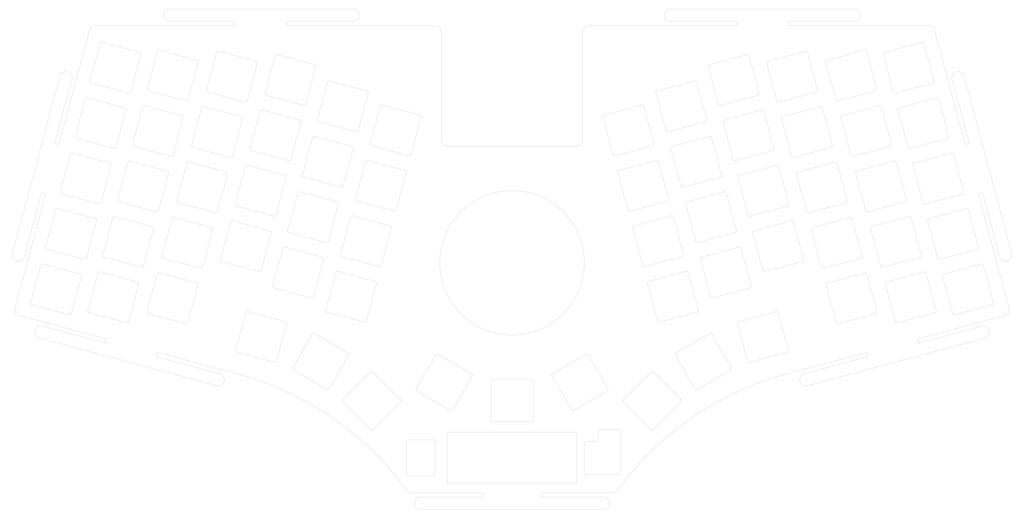
<source format=kicad_pcb>
(kicad_pcb (version 20221018) (generator pcbnew)
  (title_block (title "Honeydew unified split ergonomic keyboard") (date "2023-04-08") (rev "V2.0") (company "Created by Ariamelon (https://github.com/Ariamelon/Honeydew/)") (comment 1 "Licensed under CC BY 4.0."))
  (layers (0 "F.Cu" signal) (31 "B.Cu" signal) (34 "B.Paste" user) (35 "F.Paste" user) (36 "B.SilkS" user "B.Silkscreen") (37 "F.SilkS" user "F.Silkscreen") (38 "B.Mask" user) (39 "F.Mask" user) (44 "Edge.Cuts" user))
  (net 0 "")
  (footprint "MountingHole:MountingHole_3.2mm_M3" (layer "F.Cu") (at 237.54997 86.619966)
    (fp_text reference "REF**" hide)
    (fp_text value "MountingHole_3.2mm_M3" hide)
    (pad "" np_thru_hole circle (at 0 0) (size 3.2 3.2) (drill 3.2) (layers "F&B.Cu" "*.Mask"))
  )
  (footprint "MountingHole:MountingHole_3.2mm_M3" (layer "F.Cu") (at 315.949967 86.619966)
    (fp_text reference "REF**" hide)
    (fp_text value "MountingHole_3.2mm_M3" hide)
    (pad "" np_thru_hole circle (at 0 0) (size 3.2 3.2) (drill 3.2) (layers "F&B.Cu" "*.Mask"))
  )
  (footprint "MountingHole:MountingHole_3.2mm_M3" (layer "F.Cu") (at 182.450029 86.619966)
    (fp_text reference "REF**" hide)
    (fp_text value "MountingHole_3.2mm_M3" hide)
    (pad "" np_thru_hole circle (at 0 0) (size 3.2 3.2) (drill 3.2) (layers "F&B.Cu" "*.Mask"))
  )
  (footprint "MountingHole:MountingHole_3.2mm_M3" (layer "F.Cu") (at 171.000005 217.719966)
    (fp_text reference "REF**" hide)
    (fp_text value "MountingHole_3.2mm_M3" hide)
    (pad "" np_thru_hole circle (at 0 0) (size 3.2 3.2) (drill 3.2) (layers "F&B.Cu" "*.Mask"))
  )
  (footprint "MountingHole:MountingHole_3.2mm_M3" (layer "F.Cu") (at 87.700012 182.919966)
    (fp_text reference "REF**" hide)
    (fp_text value "MountingHole_3.2mm_M3" hide)
    (pad "" np_thru_hole circle (at 0 0) (size 3.2 3.2) (drill 3.2) (layers "*.Cu" "*.Mask"))
  )
  (footprint "MountingHole:MountingHole_3.2mm_M3" (layer "F.Cu") (at 332.299987 182.919966)
    (fp_text reference "REF**" hide)
    (fp_text value "MountingHole_3.2mm_M3" hide)
    (pad "" np_thru_hole circle (at 0 0) (size 3.2 3.2) (drill 3.2) (layers "F&B.Cu" "*.Mask"))
  )
  (footprint "MountingHole:MountingHole_3.2mm_M3" (layer "F.Cu") (at 248.999996 217.719966)
    (fp_text reference "REF**" hide)
    (fp_text value "MountingHole_3.2mm_M3" hide)
    (pad "" np_thru_hole circle (at 0 0) (size 3.2 3.2) (drill 3.2) (layers "F&B.Cu" "*.Mask"))
  )
  (footprint "MountingHole:MountingHole_3.2mm_M3" (layer "F.Cu") (at 104.050032 86.619966)
    (fp_text reference "REF**" hide)
    (fp_text value "MountingHole_3.2mm_M3" hide)
    (pad "" np_thru_hole circle (at 0 0) (size 3.2 3.2) (drill 3.2) (layers "F&B.Cu" "*.Mask"))
  )
  (footprint "Honeydew:MX100" (layer "B.Cu") (at 166.436872 134.415172 165)
    (fp_text reference "SW27" hide)
    (fp_text value "CPG151101S11" hide)
    (fp_line (start -7 6.5) (end -7 -6.5) (stroke (width 0.1)) (layer "Edge.Cuts"))
    (fp_line (start -6.5 -7) (end 6.5 -7) (stroke (width 0.1)) (layer "Edge.Cuts"))
    (fp_line (start -6.5 7) (end 6.5 7) (stroke (width 0.1)) (layer "Edge.Cuts"))
    (fp_line (start 7 6.5) (end 7 -6.5) (stroke (width 0.1)) (layer "Edge.Cuts"))
    (fp_arc (start -7 -6.5) (mid -6.853553 -6.853553) (end -6.5 -7) (stroke (width 0.1)) (layer "Edge.Cuts"))
    (fp_arc (start -6.5 7) (mid -6.853553 6.853553) (end -7 6.5) (stroke (width 0.1)) (layer "Edge.Cuts"))
    (fp_arc (start 6.5 -7) (mid 6.853553 -6.853553) (end 7 -6.5) (stroke (width 0.1)) (layer "Edge.Cuts"))
    (fp_arc (start 7 6.5) (mid 6.853553 6.853553) (end 6.5 7) (stroke (width 0.1)) (layer "Edge.Cuts"))
  )
  (footprint "Honeydew:MX100" (layer "B.Cu") (at 322.735511 171.75951 -165)
    (fp_text reference "SW50" hide)
    (fp_text value "CPG151101S11" hide)
    (fp_line (start -7 6.5) (end -7 -6.5) (stroke (width 0.1)) (layer "Edge.Cuts"))
    (fp_line (start -6.5 -7) (end 6.5 -7) (stroke (width 0.1)) (layer "Edge.Cuts"))
    (fp_line (start -6.5 7) (end 6.5 7) (stroke (width 0.1)) (layer "Edge.Cuts"))
    (fp_line (start 7 6.5) (end 7 -6.5) (stroke (width 0.1)) (layer "Edge.Cuts"))
    (fp_arc (start -7 -6.5) (mid -6.853553 -6.853553) (end -6.5 -7) (stroke (width 0.1)) (layer "Edge.Cuts"))
    (fp_arc (start -6.5 7) (mid -6.853553 6.853553) (end -7 6.5) (stroke (width 0.1)) (layer "Edge.Cuts"))
    (fp_arc (start 6.5 -7) (mid 6.853553 -6.853553) (end 7 -6.5) (stroke (width 0.1)) (layer "Edge.Cuts"))
    (fp_arc (start 7 6.5) (mid 6.853553 6.853553) (end 6.5 7) (stroke (width 0.1)) (layer "Edge.Cuts"))
  )
  (footprint "Honeydew:MX100" (layer "B.Cu") (at 232.53636 199.68141 -150)
    (fp_text reference "SW63" hide)
    (fp_text value "CPG151101S11" hide)
    (fp_line (start -7 6.5) (end -7 -6.5) (stroke (width 0.1)) (layer "Edge.Cuts"))
    (fp_line (start -6.5 -7) (end 6.5 -7) (stroke (width 0.1)) (layer "Edge.Cuts"))
    (fp_line (start -6.5 7) (end 6.5 7) (stroke (width 0.1)) (layer "Edge.Cuts"))
    (fp_line (start 7 6.5) (end 7 -6.5) (stroke (width 0.1)) (layer "Edge.Cuts"))
    (fp_arc (start -7 -6.5) (mid -6.853553 -6.853553) (end -6.5 -7) (stroke (width 0.1)) (layer "Edge.Cuts"))
    (fp_arc (start -6.5 7) (mid -6.853553 6.853553) (end -7 6.5) (stroke (width 0.1)) (layer "Edge.Cuts"))
    (fp_arc (start 6.5 -7) (mid 6.853553 -6.853553) (end 7 -6.5) (stroke (width 0.1)) (layer "Edge.Cuts"))
    (fp_arc (start 7 6.5) (mid 6.853553 6.853553) (end 6.5 7) (stroke (width 0.1)) (layer "Edge.Cuts"))
  )
  (footprint "Honeydew:MX100" (layer "B.Cu") (at 342.36903 171.42923 -165)
    (fp_text reference "SW55" hide)
    (fp_text value "CPG151101S11" hide)
    (fp_line (start -7 6.5) (end -7 -6.5) (stroke (width 0.1)) (layer "Edge.Cuts"))
    (fp_line (start -6.5 -7) (end 6.5 -7) (stroke (width 0.1)) (layer "Edge.Cuts"))
    (fp_line (start -6.5 7) (end 6.5 7) (stroke (width 0.1)) (layer "Edge.Cuts"))
    (fp_line (start 7 6.5) (end 7 -6.5) (stroke (width 0.1)) (layer "Edge.Cuts"))
    (fp_arc (start -7 -6.5) (mid -6.853553 -6.853553) (end -6.5 -7) (stroke (width 0.1)) (layer "Edge.Cuts"))
    (fp_arc (start -6.5 7) (mid -6.853553 6.853553) (end -7 6.5) (stroke (width 0.1)) (layer "Edge.Cuts"))
    (fp_arc (start 6.5 -7) (mid 6.853553 -6.853553) (end 7 -6.5) (stroke (width 0.1)) (layer "Edge.Cuts"))
    (fp_arc (start 7 6.5) (mid 6.853553 6.853553) (end 6.5 7) (stroke (width 0.1)) (layer "Edge.Cuts"))
  )
  (footprint "Honeydew:MX100" (layer "B.Cu") (at 341.664216 95.19528 -165)
    (fp_text reference "SW56" hide)
    (fp_text value "CPG151101S11" hide)
    (fp_line (start -7 6.5) (end -7 -6.5) (stroke (width 0.1)) (layer "Edge.Cuts"))
    (fp_line (start -6.5 -7) (end 6.5 -7) (stroke (width 0.1)) (layer "Edge.Cuts"))
    (fp_line (start -6.5 7) (end 6.5 7) (stroke (width 0.1)) (layer "Edge.Cuts"))
    (fp_line (start 7 6.5) (end 7 -6.5) (stroke (width 0.1)) (layer "Edge.Cuts"))
    (fp_arc (start -7 -6.5) (mid -6.853553 -6.853553) (end -6.5 -7) (stroke (width 0.1)) (layer "Edge.Cuts"))
    (fp_arc (start -6.5 7) (mid -6.853553 6.853553) (end -7 6.5) (stroke (width 0.1)) (layer "Edge.Cuts"))
    (fp_arc (start 6.5 -7) (mid 6.853553 -6.853553) (end 7 -6.5) (stroke (width 0.1)) (layer "Edge.Cuts"))
    (fp_arc (start 7 6.5) (mid 6.853553 6.853553) (end 6.5 7) (stroke (width 0.1)) (layer "Edge.Cuts"))
  )
  (footprint "Honeydew:MX100" (layer "B.Cu") (at 258.493595 152.816045 -165)
    (fp_text reference "SW33" hide)
    (fp_text value "CPG151101S11" hide)
    (fp_line (start -7 6.5) (end -7 -6.5) (stroke (width 0.1)) (layer "Edge.Cuts"))
    (fp_line (start -6.5 -7) (end 6.5 -7) (stroke (width 0.1)) (layer "Edge.Cuts"))
    (fp_line (start -6.5 7) (end 6.5 7) (stroke (width 0.1)) (layer "Edge.Cuts"))
    (fp_line (start 7 6.5) (end 7 -6.5) (stroke (width 0.1)) (layer "Edge.Cuts"))
    (fp_arc (start -7 -6.5) (mid -6.853553 -6.853553) (end -6.5 -7) (stroke (width 0.1)) (layer "Edge.Cuts"))
    (fp_arc (start -6.5 7) (mid -6.853553 6.853553) (end -7 6.5) (stroke (width 0.1)) (layer "Edge.Cuts"))
    (fp_arc (start 6.5 -7) (mid 6.853553 -6.853553) (end 7 -6.5) (stroke (width 0.1)) (layer "Edge.Cuts"))
    (fp_arc (start 7 6.5) (mid 6.853553 6.853553) (end 6.5 7) (stroke (width 0.1)) (layer "Edge.Cuts"))
  )
  (footprint "Honeydew:MX100" (layer "B.Cu") (at 92.422449 116.226558 165)
    (fp_text reference "SW7" hide)
    (fp_text value "CPG151101S11" hide)
    (fp_line (start -7 6.5) (end -7 -6.5) (stroke (width 0.1)) (layer "Edge.Cuts"))
    (fp_line (start -6.5 -7) (end 6.5 -7) (stroke (width 0.1)) (layer "Edge.Cuts"))
    (fp_line (start -6.5 7) (end 6.5 7) (stroke (width 0.1)) (layer "Edge.Cuts"))
    (fp_line (start 7 6.5) (end 7 -6.5) (stroke (width 0.1)) (layer "Edge.Cuts"))
    (fp_arc (start -7 -6.5) (mid -6.853553 -6.853553) (end -6.5 -7) (stroke (width 0.1)) (layer "Edge.Cuts"))
    (fp_arc (start -6.5 7) (mid -6.853553 6.853553) (end -7 6.5) (stroke (width 0.1)) (layer "Edge.Cuts"))
    (fp_arc (start 6.5 -7) (mid 6.853553 -6.853553) (end 7 -6.5) (stroke (width 0.1)) (layer "Edge.Cuts"))
    (fp_arc (start 7 6.5) (mid 6.853553 6.853553) (end 6.5 7) (stroke (width 0.1)) (layer "Edge.Cuts"))
  )
  (footprint "Honeydew:MX100" (layer "B.Cu") (at 263.4241 171.216938 -165)
    (fp_text reference "SW34" hide)
    (fp_text value "CPG151101S11" hide)
    (fp_line (start -7 6.5) (end -7 -6.5) (stroke (width 0.1)) (layer "Edge.Cuts"))
    (fp_line (start -6.5 -7) (end 6.5 -7) (stroke (width 0.1)) (layer "Edge.Cuts"))
    (fp_line (start -6.5 7) (end 6.5 7) (stroke (width 0.1)) (layer "Edge.Cuts"))
    (fp_line (start 7 6.5) (end 7 -6.5) (stroke (width 0.1)) (layer "Edge.Cuts"))
    (fp_arc (start -7 -6.5) (mid -6.853553 -6.853553) (end -6.5 -7) (stroke (width 0.1)) (layer "Edge.Cuts"))
    (fp_arc (start -6.5 7) (mid -6.853553 6.853553) (end -7 6.5) (stroke (width 0.1)) (layer "Edge.Cuts"))
    (fp_arc (start 6.5 -7) (mid 6.853553 -6.853553) (end 7 -6.5) (stroke (width 0.1)) (layer "Edge.Cuts"))
    (fp_arc (start 7 6.5) (mid 6.853553 6.853553) (end 6.5 7) (stroke (width 0.1)) (layer "Edge.Cuts"))
  )
  (footprint "Honeydew:MX100" (layer "B.Cu") (at 148.857729 126.417833 165)
    (fp_text reference "SW22" hide)
    (fp_text value "CPG151101S11" hide)
    (fp_line (start -7 6.5) (end -7 -6.5) (stroke (width 0.1)) (layer "Edge.Cuts"))
    (fp_line (start -6.5 -7) (end 6.5 -7) (stroke (width 0.1)) (layer "Edge.Cuts"))
    (fp_line (start -6.5 7) (end 6.5 7) (stroke (width 0.1)) (layer "Edge.Cuts"))
    (fp_line (start 7 6.5) (end 7 -6.5) (stroke (width 0.1)) (layer "Edge.Cuts"))
    (fp_arc (start -7 -6.5) (mid -6.853553 -6.853553) (end -6.5 -7) (stroke (width 0.1)) (layer "Edge.Cuts"))
    (fp_arc (start -6.5 7) (mid -6.853553 6.853553) (end -7 6.5) (stroke (width 0.1)) (layer "Edge.Cuts"))
    (fp_arc (start 6.5 -7) (mid 6.853553 -6.853553) (end 7 -6.5) (stroke (width 0.1)) (layer "Edge.Cuts"))
    (fp_arc (start 7 6.5) (mid 6.853553 6.853553) (end 6.5 7) (stroke (width 0.1)) (layer "Edge.Cuts"))
  )
  (footprint "Honeydew:MX100" (layer "B.Cu") (at 288.515923 117.653822 -165)
    (fp_text reference "SW42" hide)
    (fp_text value "CPG151101S11" hide)
    (fp_line (start -7 6.5) (end -7 -6.5) (stroke (width 0.1)) (layer "Edge.Cuts"))
    (fp_line (start -6.5 -7) (end 6.5 -7) (stroke (width 0.1)) (layer "Edge.Cuts"))
    (fp_line (start -6.5 7) (end 6.5 7) (stroke (width 0.1)) (layer "Edge.Cuts"))
    (fp_line (start 7 6.5) (end 7 -6.5) (stroke (width 0.1)) (layer "Edge.Cuts"))
    (fp_arc (start -7 -6.5) (mid -6.853553 -6.853553) (end -6.5 -7) (stroke (width 0.1)) (layer "Edge.Cuts"))
    (fp_arc (start -6.5 7) (mid -6.853553 6.853553) (end -7 6.5) (stroke (width 0.1)) (layer "Edge.Cuts"))
    (fp_arc (start 6.5 -7) (mid 6.853553 -6.853553) (end 7 -6.5) (stroke (width 0.1)) (layer "Edge.Cuts"))
    (fp_arc (start 7 6.5) (mid 6.853553 6.853553) (end 6.5 7) (stroke (width 0.1)) (layer "Edge.Cuts"))
  )
  (footprint "Honeydew:MX100" (layer "B.Cu") (at 337.438532 153.028335 -165)
    (fp_text reference "SW54" hide)
    (fp_text value "CPG151101S11" hide)
    (fp_line (start -7 6.5) (end -7 -6.5) (stroke (width 0.1)) (layer "Edge.Cuts"))
    (fp_line (start -6.5 -7) (end 6.5 -7) (stroke (width 0.1)) (layer "Edge.Cuts"))
    (fp_line (start -6.5 7) (end 6.5 7) (stroke (width 0.1)) (layer "Edge.Cuts"))
    (fp_line (start 7 6.5) (end 7 -6.5) (stroke (width 0.1)) (layer "Edge.Cuts"))
    (fp_arc (start -7 -6.5) (mid -6.853553 -6.853553) (end -6.5 -7) (stroke (width 0.1)) (layer "Edge.Cuts"))
    (fp_arc (start -6.5 7) (mid -6.853553 6.853553) (end -7 6.5) (stroke (width 0.1)) (layer "Edge.Cuts"))
    (fp_arc (start 6.5 -7) (mid 6.853553 -6.853553) (end 7 -6.5) (stroke (width 0.1)) (layer "Edge.Cuts"))
    (fp_arc (start 7 6.5) (mid 6.853553 6.853553) (end 6.5 7) (stroke (width 0.1)) (layer "Edge.Cuts"))
  )
  (footprint "Honeydew:MX100" (layer "B.Cu") (at 156.575864 171.216954 165)
    (fp_text reference "SW29" hide)
    (fp_text value "CPG151101S11" hide)
    (fp_line (start -7 6.5) (end -7 -6.5) (stroke (width 0.1)) (layer "Edge.Cuts"))
    (fp_line (start -6.5 -7) (end 6.5 -7) (stroke (width 0.1)) (layer "Edge.Cuts"))
    (fp_line (start -6.5 7) (end 6.5 7) (stroke (width 0.1)) (layer "Edge.Cuts"))
    (fp_line (start 7 6.5) (end 7 -6.5) (stroke (width 0.1)) (layer "Edge.Cuts"))
    (fp_arc (start -7 -6.5) (mid -6.853553 -6.853553) (end -6.5 -7) (stroke (width 0.1)) (layer "Edge.Cuts"))
    (fp_arc (start -6.5 7) (mid -6.853553 6.853553) (end -7 6.5) (stroke (width 0.1)) (layer "Edge.Cuts"))
    (fp_arc (start 6.5 -7) (mid 6.853553 -6.853553) (end 7 -6.5) (stroke (width 0.1)) (layer "Edge.Cuts"))
    (fp_arc (start 7 6.5) (mid 6.853553 6.853553) (end 6.5 7) (stroke (width 0.1)) (layer "Edge.Cuts"))
  )
  (footprint "Honeydew:MX100" (layer "B.Cu") (at 312.874507 134.957733 -165)
    (fp_text reference "SW48" hide)
    (fp_text value "CPG151101S11" hide)
    (fp_line (start -7 6.5) (end -7 -6.5) (stroke (width 0.1)) (layer "Edge.Cuts"))
    (fp_line (start -6.5 -7) (end 6.5 -7) (stroke (width 0.1)) (layer "Edge.Cuts"))
    (fp_line (start -6.5 7) (end 6.5 7) (stroke (width 0.1)) (layer "Edge.Cuts"))
    (fp_line (start 7 6.5) (end 7 -6.5) (stroke (width 0.1)) (layer "Edge.Cuts"))
    (fp_arc (start -7 -6.5) (mid -6.853553 -6.853553) (end -6.5 -7) (stroke (width 0.1)) (layer "Edge.Cuts"))
    (fp_arc (start -6.5 7) (mid -6.853553 6.853553) (end -7 6.5) (stroke (width 0.1)) (layer "Edge.Cuts"))
    (fp_arc (start 6.5 -7) (mid 6.853553 -6.853553) (end 7 -6.5) (stroke (width 0.1)) (layer "Edge.Cuts"))
    (fp_arc (start 7 6.5) (mid 6.853553 6.853553) (end 6.5 7) (stroke (width 0.1)) (layer "Edge.Cuts"))
  )
  (footprint "Honeydew:MX100" (layer "B.Cu") (at 77.630945 171.429223 165)
    (fp_text reference "SW10" hide)
    (fp_text value "CPG151101S11" hide)
    (fp_line (start -7 6.5) (end -7 -6.5) (stroke (width 0.1)) (layer "Edge.Cuts"))
    (fp_line (start -6.5 -7) (end 6.5 -7) (stroke (width 0.1)) (layer "Edge.Cuts"))
    (fp_line (start -6.5 7) (end 6.5 7) (stroke (width 0.1)) (layer "Edge.Cuts"))
    (fp_line (start 7 6.5) (end 7 -6.5) (stroke (width 0.1)) (layer "Edge.Cuts"))
    (fp_arc (start -7 -6.5) (mid -6.853553 -6.853553) (end -6.5 -7) (stroke (width 0.1)) (layer "Edge.Cuts"))
    (fp_arc (start -6.5 7) (mid -6.853553 6.853553) (end -7 6.5) (stroke (width 0.1)) (layer "Edge.Cuts"))
    (fp_arc (start 6.5 -7) (mid 6.853553 -6.853553) (end 7 -6.5) (stroke (width 0.1)) (layer "Edge.Cuts"))
    (fp_arc (start 7 6.5) (mid 6.853553 6.853553) (end 6.5 7) (stroke (width 0.1)) (layer "Edge.Cuts"))
  )
  (footprint "Honeydew:MX100" (layer "B.Cu") (at 253.563096 134.415173 -165)
    (fp_text reference "SW32" hide)
    (fp_text value "CPG151101S11" hide)
    (fp_line (start -7 6.5) (end -7 -6.5) (stroke (width 0.1)) (layer "Edge.Cuts"))
    (fp_line (start -6.5 -7) (end 6.5 -7) (stroke (width 0.1)) (layer "Edge.Cuts"))
    (fp_line (start -6.5 7) (end 6.5 7) (stroke (width 0.1)) (layer "Edge.Cuts"))
    (fp_line (start 7 6.5) (end 7 -6.5) (stroke (width 0.1)) (layer "Edge.Cuts"))
    (fp_arc (start -7 -6.5) (mid -6.853553 -6.853553) (end -6.5 -7) (stroke (width 0.1)) (layer "Edge.Cuts"))
    (fp_arc (start -6.5 7) (mid -6.853553 6.853553) (end -7 6.5) (stroke (width 0.1)) (layer "Edge.Cuts"))
    (fp_arc (start 6.5 -7) (mid 6.853553 -6.853553) (end 7 -6.5) (stroke (width 0.1)) (layer "Edge.Cuts"))
    (fp_arc (start 7 6.5) (mid 6.853553 6.853553) (end 6.5 7) (stroke (width 0.1)) (layer "Edge.Cuts"))
  )
  (footprint "Honeydew:MX100" (layer "B.Cu") (at 146.446541 192.756532 150)
    (fp_text reference "SW25" hide)
    (fp_text value "CPG151101S11" hide)
    (fp_line (start -7 6.5) (end -7 -6.5) (stroke (width 0.1)) (layer "Edge.Cuts"))
    (fp_line (start -6.5 -7) (end 6.5 -7) (stroke (width 0.1)) (layer "Edge.Cuts"))
    (fp_line (start -6.5 7) (end 6.5 7) (stroke (width 0.1)) (layer "Edge.Cuts"))
    (fp_line (start 7 6.5) (end 7 -6.5) (stroke (width 0.1)) (layer "Edge.Cuts"))
    (fp_arc (start -7 -6.5) (mid -6.853553 -6.853553) (end -6.5 -7) (stroke (width 0.1)) (layer "Edge.Cuts"))
    (fp_arc (start -6.5 7) (mid -6.853553 6.853553) (end -7 6.5) (stroke (width 0.1)) (layer "Edge.Cuts"))
    (fp_arc (start 6.5 -7) (mid 6.853553 -6.853553) (end 7 -6.5) (stroke (width 0.1)) (layer "Edge.Cuts"))
    (fp_arc (start 7 6.5) (mid 6.853553 6.853553) (end 6.5 7) (stroke (width 0.1)) (layer "Edge.Cuts"))
  )
  (footprint "Honeydew:MX100" (layer "B.Cu") (at 138.996741 163.219613 165)
    (fp_text reference "SW24" hide)
    (fp_text value "CPG151101S11" hide)
    (fp_line (start -7 6.5) (end -7 -6.5) (stroke (width 0.1)) (layer "Edge.Cuts"))
    (fp_line (start -6.5 -7) (end 6.5 -7) (stroke (width 0.1)) (layer "Edge.Cuts"))
    (fp_line (start -6.5 7) (end 6.5 7) (stroke (width 0.1)) (layer "Edge.Cuts"))
    (fp_line (start 7 6.5) (end 7 -6.5) (stroke (width 0.1)) (layer "Edge.Cuts"))
    (fp_arc (start -7 -6.5) (mid -6.853553 -6.853553) (end -6.5 -7) (stroke (width 0.1)) (layer "Edge.Cuts"))
    (fp_arc (start -6.5 7) (mid -6.853553 6.853553) (end -7 6.5) (stroke (width 0.1)) (layer "Edge.Cuts"))
    (fp_arc (start 6.5 -7) (mid 6.853553 -6.853553) (end 7 -6.5) (stroke (width 0.1)) (layer "Edge.Cuts"))
    (fp_arc (start 7 6.5) (mid 6.853553 6.853553) (end 6.5 7) (stroke (width 0.1)) (layer "Edge.Cuts"))
  )
  (footprint "Honeydew:MX100" (layer "B.Cu") (at 153.788239 108.016942 165)
    (fp_text reference "SW21" hide)
    (fp_text value "CPG151101S11" hide)
    (fp_line (start -7 6.5) (end -7 -6.5) (stroke (width 0.1)) (layer "Edge.Cuts"))
    (fp_line (start -6.5 -7) (end 6.5 -7) (stroke (width 0.1)) (layer "Edge.Cuts"))
    (fp_line (start -6.5 7) (end 6.5 7) (stroke (width 0.1)) (layer "Edge.Cuts"))
    (fp_line (start 7 6.5) (end 7 -6.5) (stroke (width 0.1)) (layer "Edge.Cuts"))
    (fp_arc (start -7 -6.5) (mid -6.853553 -6.853553) (end -6.5 -7) (stroke (width 0.1)) (layer "Edge.Cuts"))
    (fp_arc (start -6.5 7) (mid -6.853553 6.853553) (end -7 6.5) (stroke (width 0.1)) (layer "Edge.Cuts"))
    (fp_arc (start 6.5 -7) (mid 6.853553 -6.853553) (end 7 -6.5) (stroke (width 0.1)) (layer "Edge.Cuts"))
    (fp_arc (start 7 6.5) (mid 6.853553 6.853553) (end 6.5 7) (stroke (width 0.1)) (layer "Edge.Cuts"))
  )
  (footprint "Honeydew:MX100" (layer "B.Cu") (at 187.463579 199.681412 150)
    (fp_text reference "SW61" hide)
    (fp_text value "CPG151101S11" hide)
    (fp_line (start -7 6.5) (end -7 -6.5) (stroke (width 0.1)) (layer "Edge.Cuts"))
    (fp_line (start -6.5 -7) (end 6.5 -7) (stroke (width 0.1)) (layer "Edge.Cuts"))
    (fp_line (start -6.5 7) (end 6.5 7) (stroke (width 0.1)) (layer "Edge.Cuts"))
    (fp_line (start 7 6.5) (end 7 -6.5) (stroke (width 0.1)) (layer "Edge.Cuts"))
    (fp_arc (start -7 -6.5) (mid -6.853553 -6.853553) (end -6.5 -7) (stroke (width 0.1)) (layer "Edge.Cuts"))
    (fp_arc (start -6.5 7) (mid -6.853553 6.853553) (end -7 6.5) (stroke (width 0.1)) (layer "Edge.Cuts"))
    (fp_arc (start 6.5 -7) (mid 6.853553 -6.853553) (end 7 -6.5) (stroke (width 0.1)) (layer "Edge.Cuts"))
    (fp_arc (start 7 6.5) (mid 6.853553 6.853553) (end 6.5 7) (stroke (width 0.1)) (layer "Edge.Cuts"))
  )
  (footprint "Honeydew:MX100" (layer "B.Cu") (at 82.561428 153.028334 165)
    (fp_text reference "SW9" hide)
    (fp_text value "CPG151101S11" hide)
    (fp_line (start -7 6.5) (end -7 -6.5) (stroke (width 0.1)) (layer "Edge.Cuts"))
    (fp_line (start -6.5 -7) (end 6.5 -7) (stroke (width 0.1)) (layer "Edge.Cuts"))
    (fp_line (start -6.5 7) (end 6.5 7) (stroke (width 0.1)) (layer "Edge.Cuts"))
    (fp_line (start 7 6.5) (end 7 -6.5) (stroke (width 0.1)) (layer "Edge.Cuts"))
    (fp_arc (start -7 -6.5) (mid -6.853553 -6.853553) (end -6.5 -7) (stroke (width 0.1)) (layer "Edge.Cuts"))
    (fp_arc (start -6.5 7) (mid -6.853553 6.853553) (end -7 6.5) (stroke (width 0.1)) (layer "Edge.Cuts"))
    (fp_arc (start 6.5 -7) (mid 6.853553 -6.853553) (end 7 -6.5) (stroke (width 0.1)) (layer "Edge.Cuts"))
    (fp_arc (start 7 6.5) (mid 6.853553 6.853553) (end 6.5 7) (stroke (width 0.1)) (layer "Edge.Cuts"))
  )
  (footprint "Honeydew:MX100" (layer "B.Cu") (at 163.403328 205.767916 135)
    (fp_text reference "SW30" hide)
    (fp_text value "CPG151101S11" hide)
    (fp_line (start -7 6.5) (end -7 -6.5) (stroke (width 0.1)) (layer "Edge.Cuts"))
    (fp_line (start -6.5 -7) (end 6.5 -7) (stroke (width 0.1)) (layer "Edge.Cuts"))
    (fp_line (start -6.5 7) (end 6.5 7) (stroke (width 0.1)) (layer "Edge.Cuts"))
    (fp_line (start 7 6.5) (end 7 -6.5) (stroke (width 0.1)) (layer "Edge.Cuts"))
    (fp_arc (start -7 -6.5) (mid -6.853553 -6.853553) (end -6.5 -7) (stroke (width 0.1)) (layer "Edge.Cuts"))
    (fp_arc (start -6.5 7) (mid -6.853553 6.853553) (end -7 6.5) (stroke (width 0.1)) (layer "Edge.Cuts"))
    (fp_arc (start 6.5 -7) (mid 6.853553 -6.853554) (end 7 -6.5) (stroke (width 0.1)) (layer "Edge.Cuts"))
    (fp_arc (start 7 6.5) (mid 6.853554 6.853553) (end 6.5 7) (stroke (width 0.1)) (layer "Edge.Cuts"))
  )
  (footprint "Honeydew:MX100" (layer "B.Cu") (at 346.594706 113.596159 -165)
    (fp_text reference "SW57" hide)
    (fp_text value "CPG151101S11" hide)
    (fp_line (start -7 6.5) (end -7 -6.5) (stroke (width 0.1)) (layer "Edge.Cuts"))
    (fp_line (start -6.5 -7) (end 6.5 -7) (stroke (width 0.1)) (layer "Edge.Cuts"))
    (fp_line (start -6.5 7) (end 6.5 7) (stroke (width 0.1)) (layer "Edge.Cuts"))
    (fp_line (start 7 6.5) (end 7 -6.5) (stroke (width 0.1)) (layer "Edge.Cuts"))
    (fp_arc (start -7 -6.5) (mid -6.853553 -6.853553) (end -6.5 -7) (stroke (width 0.1)) (layer "Edge.Cuts"))
    (fp_arc (start -6.5 7) (mid -6.853553 6.853553) (end -7 6.5) (stroke (width 0.1)) (layer "Edge.Cuts"))
    (fp_arc (start 6.5 -7) (mid 6.853553 -6.853553) (end 7 -6.5) (stroke (width 0.1)) (layer "Edge.Cuts"))
    (fp_arc (start 7 6.5) (mid 6.853553 6.853553) (end 6.5 7) (stroke (width 0.1)) (layer "Edge.Cuts"))
  )
  (footprint "Honeydew:MX100" (layer "B.Cu") (at 361.386215 168.798824 -165)
    (fp_text reference "SW60" hide)
    (fp_text value "CPG151101S11" hide)
    (fp_line (start -7 6.5) (end -7 -6.5) (stroke (width 0.1)) (layer "Edge.Cuts"))
    (fp_line (start -6.5 -7) (end 6.5 -7) (stroke (width 0.1)) (layer "Edge.Cuts"))
    (fp_line (start -6.5 7) (end 6.5 7) (stroke (width 0.1)) (layer "Edge.Cuts"))
    (fp_line (start 7 6.5) (end 7 -6.5) (stroke (width 0.1)) (layer "Edge.Cuts"))
    (fp_arc (start -7 -6.5) (mid -6.853553 -6.853553) (end -6.5 -7) (stroke (width 0.1)) (layer "Edge.Cuts"))
    (fp_arc (start -6.5 7) (mid -6.853553 6.853553) (end -7 6.5) (stroke (width 0.1)) (layer "Edge.Cuts"))
    (fp_arc (start 6.5 -7) (mid 6.853553 -6.853553) (end 7 -6.5) (stroke (width 0.1)) (layer "Edge.Cuts"))
    (fp_arc (start 7 6.5) (mid 6.853553 6.853553) (end 6.5 7) (stroke (width 0.1)) (layer "Edge.Cuts"))
  )
  (footprint "Honeydew:MX100" (layer "B.Cu") (at 102.19496 153.358619 165)
    (fp_text reference "SW14" hide)
    (fp_text value "CPG151101S11" hide)
    (fp_line (start -7 6.5) (end -7 -6.5) (stroke (width 0.1)) (layer "Edge.Cuts"))
    (fp_line (start -6.5 -7) (end 6.5 -7) (stroke (width 0.1)) (layer "Edge.Cuts"))
    (fp_line (start -6.5 7) (end 6.5 7) (stroke (width 0.1)) (layer "Edge.Cuts"))
    (fp_line (start 7 6.5) (end 7 -6.5) (stroke (width 0.1)) (layer "Edge.Cuts"))
    (fp_arc (start -7 -6.5) (mid -6.853553 -6.853553) (end -6.5 -7) (stroke (width 0.1)) (layer "Edge.Cuts"))
    (fp_arc (start -6.5 7) (mid -6.853553 6.853553) (end -7 6.5) (stroke (width 0.1)) (layer "Edge.Cuts"))
    (fp_arc (start 6.5 -7) (mid 6.853553 -6.853553) (end 7 -6.5) (stroke (width 0.1)) (layer "Edge.Cuts"))
    (fp_arc (start 7 6.5) (mid 6.853553 6.853553) (end 6.5 7) (stroke (width 0.1)) (layer "Edge.Cuts"))
  )
  (footprint "Honeydew:MX100" (layer "B.Cu") (at 126.699957 184.577218 165)
    (fp_text reference "SW20" hide)
    (fp_text value "CPG151101S11" hide)
    (fp_line (start -7 6.5) (end -7 -6.5) (stroke (width 0.1)) (layer "Edge.Cuts"))
    (fp_line (start -6.5 -7) (end 6.5 -7) (stroke (width 0.1)) (layer "Edge.Cuts"))
    (fp_line (start -6.5 7) (end 6.5 7) (stroke (width 0.1)) (layer "Edge.Cuts"))
    (fp_line (start 7 6.5) (end 7 -6.5) (stroke (width 0.1)) (layer "Edge.Cuts"))
    (fp_arc (start -7 -6.5) (mid -6.853553 -6.853553) (end -6.5 -7) (stroke (width 0.1)) (layer "Edge.Cuts"))
    (fp_arc (start -6.5 7) (mid -6.853553 6.853553) (end -7 6.5) (stroke (width 0.1)) (layer "Edge.Cuts"))
    (fp_arc (start 6.5 -7) (mid 6.853553 -6.853553) (end 7 -6.5) (stroke (width 0.1)) (layer "Edge.Cuts"))
    (fp_arc (start 7 6.5) (mid 6.853553 6.853553) (end 6.5 7) (stroke (width 0.1)) (layer "Edge.Cuts"))
  )
  (footprint "Honeydew:MX100" (layer "B.Cu") (at 112.055956 116.556825 165)
    (fp_text reference "SW12" hide)
    (fp_text value "CPG151101S11" hide)
    (fp_line (start -7 6.5) (end -7 -6.5) (stroke (width 0.1)) (layer "Edge.Cuts"))
    (fp_line (start -6.5 -7) (end 6.5 -7) (stroke (width 0.1)) (layer "Edge.Cuts"))
    (fp_line (start -6.5 7) (end 6.5 7) (stroke (width 0.1)) (layer "Edge.Cuts"))
    (fp_line (start 7 6.5) (end 7 -6.5) (stroke (width 0.1)) (layer "Edge.Cuts"))
    (fp_arc (start -7 -6.5) (mid -6.853553 -6.853553) (end -6.5 -7) (stroke (width 0.1)) (layer "Edge.Cuts"))
    (fp_arc (start -6.5 7) (mid -6.853553 6.853553) (end -7 6.5) (stroke (width 0.1)) (layer "Edge.Cuts"))
    (fp_arc (start 6.5 -7) (mid 6.853553 -6.853553) (end 7 -6.5) (stroke (width 0.1)) (layer "Edge.Cuts"))
    (fp_arc (start 7 6.5) (mid 6.853553 6.853553) (end 6.5 7) (stroke (width 0.1)) (layer "Edge.Cuts"))
  )
  (footprint "Honeydew:MX100" (layer "B.Cu") (at 307.944011 116.55685 -165)
    (fp_text reference "SW47" hide)
    (fp_text value "CPG151101S11" hide)
    (fp_line (start -7 6.5) (end -7 -6.5) (stroke (width 0.1)) (layer "Edge.Cuts"))
    (fp_line (start -6.5 -7) (end 6.5 -7) (stroke (width 0.1)) (layer "Edge.Cuts"))
    (fp_line (start -6.5 7) (end 6.5 7) (stroke (width 0.1)) (layer "Edge.Cuts"))
    (fp_line (start 7 6.5) (end 7 -6.5) (stroke (width 0.1)) (layer "Edge.Cuts"))
    (fp_arc (start -7 -6.5) (mid -6.853553 -6.853553) (end -6.5 -7) (stroke (width 0.1)) (layer "Edge.Cuts"))
    (fp_arc (start -6.5 7) (mid -6.853553 6.853553) (end -7 6.5) (stroke (width 0.1)) (layer "Edge.Cuts"))
    (fp_arc (start 6.5 -7) (mid 6.853553 -6.853553) (end 7 -6.5) (stroke (width 0.1)) (layer "Edge.Cuts"))
    (fp_arc (start 7 6.5) (mid 6.853553 6.853553) (end 6.5 7) (stroke (width 0.1)) (layer "Edge.Cuts"))
  )
  (footprint "Honeydew:MX100" (layer "B.Cu") (at 298.376939 154.455581 -165)
    (fp_text reference "SW44" hide)
    (fp_text value "CPG151101S11" hide)
    (fp_line (start -7 6.5) (end -7 -6.5) (stroke (width 0.1)) (layer "Edge.Cuts"))
    (fp_line (start -6.5 -7) (end 6.5 -7) (stroke (width 0.1)) (layer "Edge.Cuts"))
    (fp_line (start -6.5 7) (end 6.5 7) (stroke (width 0.1)) (layer "Edge.Cuts"))
    (fp_line (start 7 6.5) (end 7 -6.5) (stroke (width 0.1)) (layer "Edge.Cuts"))
    (fp_arc (start -7 -6.5) (mid -6.853553 -6.853553) (end -6.5 -7) (stroke (width 0.1)) (layer "Edge.Cuts"))
    (fp_arc (start -6.5 7) (mid -6.853553 6.853553) (end -7 6.5) (stroke (width 0.1)) (layer "Edge.Cuts"))
    (fp_arc (start 6.5 -7) (mid 6.853553 -6.853553) (end 7 -6.5) (stroke (width 0.1)) (layer "Edge.Cuts"))
    (fp_arc (start 7 6.5) (mid 6.853553 6.853553) (end 6.5 7) (stroke (width 0.1)) (layer "Edge.Cuts"))
  )
  (footprint "Honeydew:MX100" (layer "B.Cu") (at 322.647017 97.825681 -165)
    (fp_text reference "SW51" hide)
    (fp_text value "CPG151101S11" hide)
    (fp_line (start -7 6.5) (end -7 -6.5) (stroke (width 0.1)) (layer "Edge.Cuts"))
    (fp_line (start -6.5 -7) (end 6.5 -7) (stroke (width 0.1)) (layer "Edge.Cuts"))
    (fp_line (start -6.5 7) (end 6.5 7) (stroke (width 0.1)) (layer "Edge.Cuts"))
    (fp_line (start 7 6.5) (end 7 -6.5) (stroke (width 0.1)) (layer "Edge.Cuts"))
    (fp_arc (start -7 -6.5) (mid -6.853553 -6.853553) (end -6.5 -7) (stroke (width 0.1)) (layer "Edge.Cuts"))
    (fp_arc (start -6.5 7) (mid -6.853553 6.853553) (end -7 6.5) (stroke (width 0.1)) (layer "Edge.Cuts"))
    (fp_arc (start 6.5 -7) (mid 6.853553 -6.853553) (end 7 -6.5) (stroke (width 0.1)) (layer "Edge.Cuts"))
    (fp_arc (start 7 6.5) (mid 6.853553 6.853553) (end 6.5 7) (stroke (width 0.1)) (layer "Edge.Cuts"))
  )
  (footprint "Honeydew:MX100" (layer "B.Cu") (at 58.613746 168.798825 165)
    (fp_text reference "SW5" hide)
    (fp_text value "CPG151101S11" hide)
    (fp_line (start -7 6.5) (end -7 -6.5) (stroke (width 0.1)) (layer "Edge.Cuts"))
    (fp_line (start -6.5 -7) (end 6.5 -7) (stroke (width 0.1)) (layer "Edge.Cuts"))
    (fp_line (start -6.5 7) (end 6.5 7) (stroke (width 0.1)) (layer "Edge.Cuts"))
    (fp_line (start 7 6.5) (end 7 -6.5) (stroke (width 0.1)) (layer "Edge.Cuts"))
    (fp_arc (start -7 -6.5) (mid -6.853553 -6.853553) (end -6.5 -7) (stroke (width 0.1)) (layer "Edge.Cuts"))
    (fp_arc (start -6.5 7) (mid -6.853553 6.853553) (end -7 6.5) (stroke (width 0.1)) (layer "Edge.Cuts"))
    (fp_arc (start 6.5 -7) (mid 6.853553 -6.853553) (end 7 -6.5) (stroke (width 0.1)) (layer "Edge.Cuts"))
    (fp_arc (start 7 6.5) (mid 6.853553 6.853553) (end 6.5 7) (stroke (width 0.1)) (layer "Edge.Cuts"))
  )
  (footprint "Honeydew:MX100" (layer "B.Cu") (at 107.12546 134.95772 165)
    (fp_text reference "SW13" hide)
    (fp_text value "CPG151101S11" hide)
    (fp_line (start -7 6.5) (end -7 -6.5) (stroke (width 0.1)) (layer "Edge.Cuts"))
    (fp_line (start -6.5 -7) (end 6.5 -7) (stroke (width 0.1)) (layer "Edge.Cuts"))
    (fp_line (start -6.5 7) (end 6.5 7) (stroke (width 0.1)) (layer "Edge.Cuts"))
    (fp_line (start 7 6.5) (end 7 -6.5) (stroke (width 0.1)) (layer "Edge.Cuts"))
    (fp_arc (start -7 -6.5) (mid -6.853553 -6.853553) (end -6.5 -7) (stroke (width 0.1)) (layer "Edge.Cuts"))
    (fp_arc (start -6.5 7) (mid -6.853553 6.853553) (end -7 6.5) (stroke (width 0.1)) (layer "Edge.Cuts"))
    (fp_arc (start 6.5 -7) (mid 6.853553 -6.853553) (end 7 -6.5) (stroke (width 0.1)) (layer "Edge.Cuts"))
    (fp_arc (start 7 6.5) (mid 6.853553 6.853553) (end 6.5 7) (stroke (width 0.1)) (layer "Edge.Cuts"))
  )
  (footprint "Honeydew:MX100" (layer "B.Cu") (at 126.553514 136.054701 165)
    (fp_text reference "SW18" hide)
    (fp_text value "CPG151101S11" hide)
    (fp_line (start -7 6.5) (end -7 -6.5) (stroke (width 0.1)) (layer "Edge.Cuts"))
    (fp_line (start -6.5 -7) (end 6.5 -7) (stroke (width 0.1)) (layer "Edge.Cuts"))
    (fp_line (start -6.5 7) (end 6.5 7) (stroke (width 0.1)) (layer "Edge.Cuts"))
    (fp_line (start 7 6.5) (end 7 -6.5) (stroke (width 0.1)) (layer "Edge.Cuts"))
    (fp_arc (start -7 -6.5) (mid -6.853553 -6.853553) (end -6.5 -7) (stroke (width 0.1)) (layer "Edge.Cuts"))
    (fp_arc (start -6.5 7) (mid -6.853553 6.853553) (end -7 6.5) (stroke (width 0.1)) (layer "Edge.Cuts"))
    (fp_arc (start 6.5 -7) (mid 6.853553 -6.853553) (end 7 -6.5) (stroke (width 0.1)) (layer "Edge.Cuts"))
    (fp_arc (start 7 6.5) (mid 6.853553 6.853553) (end 6.5 7) (stroke (width 0.1)) (layer "Edge.Cuts"))
  )
  (footprint "Honeydew:MX100" (layer "B.Cu") (at 356.455715 150.397946 -165)
    (fp_text reference "SW59" hide)
    (fp_text value "CPG151101S11" hide)
    (fp_line (start -7 6.5) (end -7 -6.5) (stroke (width 0.1)) (layer "Edge.Cuts"))
    (fp_line (start -6.5 -7) (end 6.5 -7) (stroke (width 0.1)) (layer "Edge.Cuts"))
    (fp_line (start -6.5 7) (end 6.5 7) (stroke (width 0.1)) (layer "Edge.Cuts"))
    (fp_line (start 7 6.5) (end 7 -6.5) (stroke (width 0.1)) (layer "Edge.Cuts"))
    (fp_arc (start -7 -6.5) (mid -6.853553 -6.853553) (end -6.5 -7) (stroke (width 0.1)) (layer "Edge.Cuts"))
    (fp_arc (start -6.5 7) (mid -6.853553 6.853553) (end -7 6.5) (stroke (width 0.1)) (layer "Edge.Cuts"))
    (fp_arc (start 6.5 -7) (mid 6.853553 -6.853553) (end 7 -6.5) (stroke (width 0.1)) (layer "Edge.Cuts"))
    (fp_arc (start 7 6.5) (mid 6.853553 6.853553) (end 6.5 7) (stroke (width 0.1)) (layer "Edge.Cuts"))
  )
  (footprint "Honeydew:MX100" (layer "B.Cu") (at 317.805014 153.358635 -165)
    (fp_text reference "SW49" hide)
    (fp_text value "CPG151101S11" hide)
    (fp_line (start -7 6.5) (end -7 -6.5) (stroke (width 0.1)) (layer "Edge.Cuts"))
    (fp_line (start -6.5 -7) (end 6.5 -7) (stroke (width 0.1)) (layer "Edge.Cuts"))
    (fp_line (start -6.5 7) (end 6.5 7) (stroke (width 0.1)) (layer "Edge.Cuts"))
    (fp_line (start 7 6.5) (end 7 -6.5) (stroke (width 0.1)) (layer "Edge.Cuts"))
    (fp_arc (start -7 -6.5) (mid -6.853553 -6.853553) (end -6.5 -7) (stroke (width 0.1)) (layer "Edge.Cuts"))
    (fp_arc (start -6.5 7) (mid -6.853553 6.853553) (end -7 6.5) (stroke (width 0.1)) (layer "Edge.Cuts"))
    (fp_arc (start 6.5 -7) (mid 6.853553 -6.853553) (end 7 -6.5) (stroke (width 0.1)) (layer "Edge.Cuts"))
    (fp_arc (start 7 6.5) (mid 6.853553 6.853553) (end 6.5 7) (stroke (width 0.1)) (layer "Edge.Cuts"))
  )
  (footprint "Honeydew:MX100" (layer "B.Cu") (at 351.525212 131.997043 -165)
    (fp_text reference "SW58" hide)
    (fp_text value "CPG151101S11" hide)
    (fp_line (start -7 6.5) (end -7 -6.5) (stroke (width 0.1)) (layer "Edge.Cuts"))
    (fp_line (start -6.5 -7) (end 6.5 -7) (stroke (width 0.1)) (layer "Edge.Cuts"))
    (fp_line (start -6.5 7) (end 6.5 7) (stroke (width 0.1)) (layer "Edge.Cuts"))
    (fp_line (start 7 6.5) (end 7 -6.5) (stroke (width 0.1)) (layer "Edge.Cuts"))
    (fp_arc (start -7 -6.5) (mid -6.853553 -6.853553) (end -6.5 -7) (stroke (width 0.1)) (layer "Edge.Cuts"))
    (fp_arc (start -6.5 7) (mid -6.853553 6.853553) (end -7 6.5) (stroke (width 0.1)) (layer "Edge.Cuts"))
    (fp_arc (start 6.5 -7) (mid 6.853553 -6.853553) (end 7 -6.5) (stroke (width 0.1)) (layer "Edge.Cuts"))
    (fp_arc (start 7 6.5) (mid 6.853553 6.853553) (end 6.5 7) (stroke (width 0.1)) (layer "Edge.Cuts"))
  )
  (footprint "Honeydew:MX100" (layer "B.Cu") (at 273.553412 192.756519 -150)
    (fp_text reference "SW40" hide)
    (fp_text value "CPG151101S11" hide)
    (fp_line (start -7 6.5) (end -7 -6.5) (stroke (width 0.1)) (layer "Edge.Cuts"))
    (fp_line (start -6.5 -7) (end 6.5 -7) (stroke (width 0.1)) (layer "Edge.Cuts"))
    (fp_line (start -6.5 7) (end 6.5 7) (stroke (width 0.1)) (layer "Edge.Cuts"))
    (fp_line (start 7 6.5) (end 7 -6.5) (stroke (width 0.1)) (layer "Edge.Cuts"))
    (fp_arc (start -7 -6.5) (mid -6.853553 -6.853553) (end -6.5 -7) (stroke (width 0.1)) (layer "Edge.Cuts"))
    (fp_arc (start -6.5 7) (mid -6.853553 6.853553) (end -7 6.5) (stroke (width 0.1)) (layer "Edge.Cuts"))
    (fp_arc (start 6.5 -7) (mid 6.853553 -6.853553) (end 7 -6.5) (stroke (width 0.1)) (layer "Edge.Cuts"))
    (fp_arc (start 7 6.5) (mid 6.853553 6.853553) (end 6.5 7) (stroke (width 0.1)) (layer "Edge.Cuts"))
  )
  (footprint "Honeydew:MX100" (layer "B.Cu") (at 97.352956 97.825673 165)
    (fp_text reference "SW6" hide)
    (fp_text value "CPG151101S11" hide)
    (fp_line (start -7 6.5) (end -7 -6.5) (stroke (width 0.1)) (layer "Edge.Cuts"))
    (fp_line (start -6.5 -7) (end 6.5 -7) (stroke (width 0.1)) (layer "Edge.Cuts"))
    (fp_line (start -6.5 7) (end 6.5 7) (stroke (width 0.1)) (layer "Edge.Cuts"))
    (fp_line (start 7 6.5) (end 7 -6.5) (stroke (width 0.1)) (layer "Edge.Cuts"))
    (fp_arc (start -7 -6.5) (mid -6.853553 -6.853553) (end -6.5 -7) (stroke (width 0.1)) (layer "Edge.Cuts"))
    (fp_arc (start -6.5 7) (mid -6.853553 6.853553) (end -7 6.5) (stroke (width 0.1)) (layer "Edge.Cuts"))
    (fp_arc (start 6.5 -7) (mid 6.853553 -6.853553) (end 7 -6.5) (stroke (width 0.1)) (layer "Edge.Cuts"))
    (fp_arc (start 7 6.5) (mid 6.853553 6.853553) (end 6.5 7) (stroke (width 0.1)) (layer "Edge.Cuts"))
  )
  (footprint "Honeydew:MX100" (layer "B.Cu") (at 116.986466 98.155973 165)
    (fp_text reference "SW11" hide)
    (fp_text value "CPG151101S11" hide)
    (fp_line (start -7 6.5) (end -7 -6.5) (stroke (width 0.1)) (layer "Edge.Cuts"))
    (fp_line (start -6.5 -7) (end 6.5 -7) (stroke (width 0.1)) (layer "Edge.Cuts"))
    (fp_line (start -6.5 7) (end 6.5 7) (stroke (width 0.1)) (layer "Edge.Cuts"))
    (fp_line (start 7 6.5) (end 7 -6.5) (stroke (width 0.1)) (layer "Edge.Cuts"))
    (fp_arc (start -7 -6.5) (mid -6.853553 -6.853553) (end -6.5 -7) (stroke (width 0.1)) (layer "Edge.Cuts"))
    (fp_arc (start -6.5 7) (mid -6.853553 6.853553) (end -7 6.5) (stroke (width 0.1)) (layer "Edge.Cuts"))
    (fp_arc (start 6.5 -7) (mid 6.853553 -6.853553) (end 7 -6.5) (stroke (width 0.1)) (layer "Edge.Cuts"))
    (fp_arc (start 7 6.5) (mid 6.853553 6.853553) (end 6.5 7) (stroke (width 0.1)) (layer "Edge.Cuts"))
  )
  (footprint "Honeydew:MX100" (layer "B.Cu") (at 171.36737 116.014276 165)
    (fp_text reference "SW26" hide)
    (fp_text value "CPG151101S11" hide)
    (fp_line (start -7 6.5) (end -7 -6.5) (stroke (width 0.1)) (layer "Edge.Cuts"))
    (fp_line (start -6.5 -7) (end 6.5 -7) (stroke (width 0.1)) (layer "Edge.Cuts"))
    (fp_line (start -6.5 7) (end 6.5 7) (stroke (width 0.1)) (layer "Edge.Cuts"))
    (fp_line (start 7 6.5) (end 7 -6.5) (stroke (width 0.1)) (layer "Edge.Cuts"))
    (fp_arc (start -7 -6.5) (mid -6.853553 -6.853553) (end -6.5 -7) (stroke (width 0.1)) (layer "Edge.Cuts"))
    (fp_arc (start -6.5 7) (mid -6.853553 6.853553) (end -7 6.5) (stroke (width 0.1)) (layer "Edge.Cuts"))
    (fp_arc (start 6.5 -7) (mid 6.853553 -6.853553) (end 7 -6.5) (stroke (width 0.1)) (layer "Edge.Cuts"))
    (fp_arc (start 7 6.5) (mid 6.853553 6.853553) (end 6.5 7) (stroke (width 0.1)) (layer "Edge.Cuts"))
  )
  (footprint "Honeydew:MX100" (layer "B.Cu") (at 87.491948 134.627427 165)
    (fp_text reference "SW8" hide)
    (fp_text value "CPG151101S11" hide)
    (fp_line (start -7 6.5) (end -7 -6.5) (stroke (width 0.1)) (layer "Edge.Cuts"))
    (fp_line (start -6.5 -7) (end 6.5 -7) (stroke (width 0.1)) (layer "Edge.Cuts"))
    (fp_line (start -6.5 7) (end 6.5 7) (stroke (width 0.1)) (layer "Edge.Cuts"))
    (fp_line (start 7 6.5) (end 7 -6.5) (stroke (width 0.1)) (layer "Edge.Cuts"))
    (fp_arc (start -7 -6.5) (mid -6.853553 -6.853553) (end -6.5 -7) (stroke (width 0.1)) (layer "Edge.Cuts"))
    (fp_arc (start -6.5 7) (mid -6.853553 6.853553) (end -7 6.5) (stroke (width 0.1)) (layer "Edge.Cuts"))
    (fp_arc (start 6.5 -7) (mid 6.853553 -6.853553) (end 7 -6.5) (stroke (width 0.1)) (layer "Edge.Cuts"))
    (fp_arc (start 7 6.5) (mid 6.853553 6.853553) (end 6.5 7) (stroke (width 0.1)) (layer "Edge.Cuts"))
  )
  (footprint "Honeydew:MX100" (layer "B.Cu") (at 303.013496 98.155971 -165)
    (fp_text reference "SW46" hide)
    (fp_text value "CPG151101S11" hide)
    (fp_line (start -7 6.5) (end -7 -6.5) (stroke (width 0.1)) (layer "Edge.Cuts"))
    (fp_line (start -6.5 -7) (end 6.5 -7) (stroke (width 0.1)) (layer "Edge.Cuts"))
    (fp_line (start -6.5 7) (end 6.5 7) (stroke (width 0.1)) (layer "Edge.Cuts"))
    (fp_line (start 7 6.5) (end 7 -6.5) (stroke (width 0.1)) (layer "Edge.Cuts"))
    (fp_arc (start -7 -6.5) (mid -6.853553 -6.853553) (end -6.5 -7) (stroke (width 0.1)) (layer "Edge.Cuts"))
    (fp_arc (start -6.5 7) (mid -6.853553 6.853553) (end -7 6.5) (stroke (width 0.1)) (layer "Edge.Cuts"))
    (fp_arc (start 6.5 -7) (mid 6.853553 -6.853553) (end 7 -6.5) (stroke (width 0.1)) (layer "Edge.Cuts"))
    (fp_arc (start 7 6.5) (mid 6.853553 6.853553) (end 6.5 7) (stroke (width 0.1)) (layer "Edge.Cuts"))
  )
  (footprint "Honeydew:MX100" (layer "B.Cu") (at 78.335765 95.195267 165)
    (fp_text reference "SW1" hide)
    (fp_text value "CPG151101S11" hide)
    (fp_line (start -7 6.5) (end -7 -6.5) (stroke (width 0.1)) (layer "Edge.Cuts"))
    (fp_line (start -6.5 -7) (end 6.5 -7) (stroke (width 0.1)) (layer "Edge.Cuts"))
    (fp_line (start -6.5 7) (end 6.5 7) (stroke (width 0.1)) (layer "Edge.Cuts"))
    (fp_line (start 7 6.5) (end 7 -6.5) (stroke (width 0.1)) (layer "Edge.Cuts"))
    (fp_arc (start -7 -6.5) (mid -6.853553 -6.853553) (end -6.5 -7) (stroke (width 0.1)) (layer "Edge.Cuts"))
    (fp_arc (start -6.5 7) (mid -6.853553 6.853553) (end -7 6.5) (stroke (width 0.1)) (layer "Edge.Cuts"))
    (fp_arc (start 6.5 -7) (mid 6.853553 -6.853553) (end 7 -6.5) (stroke (width 0.1)) (layer "Edge.Cuts"))
    (fp_arc (start 7 6.5) (mid 6.853553 6.853553) (end 6.5 7) (stroke (width 0.1)) (layer "Edge.Cuts"))
  )
  (footprint "Honeydew:MX100" (layer "B.Cu") (at 293.300002 184.577221 -165)
    (fp_text reference "SW45" hide)
    (fp_text value "CPG151101S11" hide)
    (fp_line (start -7 6.5) (end -7 -6.5) (stroke (width 0.1)) (layer "Edge.Cuts"))
    (fp_line (start -6.5 -7) (end 6.5 -7) (stroke (width 0.1)) (layer "Edge.Cuts"))
    (fp_line (start -6.5 7) (end 6.5 7) (stroke (width 0.1)) (layer "Edge.Cuts"))
    (fp_line (start 7 6.5) (end 7 -6.5) (stroke (width 0.1)) (layer "Edge.Cuts"))
    (fp_arc (start -7 -6.5) (mid -6.853553 -6.853553) (end -6.5 -7) (stroke (width 0.1)) (layer "Edge.Cuts"))
    (fp_arc (start -6.5 7) (mid -6.853553 6.853553) (end -7 6.5) (stroke (width 0.1)) (layer "Edge.Cuts"))
    (fp_arc (start 6.5 -7) (mid 6.853553 -6.853553) (end 7 -6.5) (stroke (width 0.1)) (layer "Edge.Cuts"))
    (fp_arc (start 7 6.5) (mid 6.853553 6.853553) (end 6.5 7) (stroke (width 0.1)) (layer "Edge.Cuts"))
  )
  (footprint "Honeydew:MX100" (layer "B.Cu") (at 266.211724 108.016975 -165)
    (fp_text reference "SW36" hide)
    (fp_text value "CPG151101S11" hide)
    (fp_line (start -7 6.5) (end -7 -6.5) (stroke (width 0.1)) (layer "Edge.Cuts"))
    (fp_line (start -6.5 -7) (end 6.5 -7) (stroke (width 0.1)) (layer "Edge.Cuts"))
    (fp_line (start -6.5 7) (end 6.5 7) (stroke (width 0.1)) (layer "Edge.Cuts"))
    (fp_line (start 7 6.5) (end 7 -6.5) (stroke (width 0.1)) (layer "Edge.Cuts"))
    (fp_arc (start -7 -6.5) (mid -6.853553 -6.853553) (end -6.5 -7) (stroke (width 0.1)) (layer "Edge.Cuts"))
    (fp_arc (start -6.5 7) (mid -6.853553 6.853553) (end -7 6.5) (stroke (width 0.1)) (layer "Edge.Cuts"))
    (fp_arc (start 6.5 -7) (mid 6.853553 -6.853553) (end 7 -6.5) (stroke (width 0.1)) (layer "Edge.Cuts"))
    (fp_arc (start 7 6.5) (mid 6.853553 6.853553) (end 6.5 7) (stroke (width 0.1)) (layer "Edge.Cuts"))
  )
  (footprint "Honeydew:MX100" (layer "B.Cu") (at 248.632598 116.014291 -165)
    (fp_text reference "SW31" hide)
    (fp_text value "CPG151101S11" hide)
    (fp_line (start -7 6.5) (end -7 -6.5) (stroke (width 0.1)) (layer "Edge.Cuts"))
    (fp_line (start -6.5 -7) (end 6.5 -7) (stroke (width 0.1)) (layer "Edge.Cuts"))
    (fp_line (start -6.5 7) (end 6.5 7) (stroke (width 0.1)) (layer "Edge.Cuts"))
    (fp_line (start 7 6.5) (end 7 -6.5) (stroke (width 0.1)) (layer "Edge.Cuts"))
    (fp_arc (start -7 -6.5) (mid -6.853553 -6.853553) (end -6.5 -7) (stroke (width 0.1)) (layer "Edge.Cuts"))
    (fp_arc (start -6.5 7) (mid -6.853553 6.853553) (end -7 6.5) (stroke (width 0.1)) (layer "Edge.Cuts"))
    (fp_arc (start 6.5 -7) (mid 6.853553 -6.853553) (end 7 -6.5) (stroke (width 0.1)) (layer "Edge.Cuts"))
    (fp_arc (start 7 6.5) (mid 6.853553 6.853553) (end 6.5 7) (stroke (width 0.1)) (layer "Edge.Cuts"))
  )
  (footprint "Honeydew:MX100" (layer "B.Cu") (at 271.142247 126.417862 -165)
    (fp_text reference "SW37" hide)
    (fp_text value "CPG151101S11" hide)
    (fp_line (start -7 6.5) (end -7 -6.5) (stroke (width 0.1)) (layer "Edge.Cuts"))
    (fp_line (start -6.5 -7) (end 6.5 -7) (stroke (width 0.1)) (layer "Edge.Cuts"))
    (fp_line (start -6.5 7) (end 6.5 7) (stroke (width 0.1)) (layer "Edge.Cuts"))
    (fp_line (start 7 6.5) (end 7 -6.5) (stroke (width 0.1)) (layer "Edge.Cuts"))
    (fp_arc (start -7 -6.5) (mid -6.853553 -6.853553) (end -6.5 -7) (stroke (width 0.1)) (layer "Edge.Cuts"))
    (fp_arc (start -6.5 7) (mid -6.853553 6.853553) (end -7 6.5) (stroke (width 0.1)) (layer "Edge.Cuts"))
    (fp_arc (start 6.5 -7) (mid 6.853553 -6.853553) (end 7 -6.5) (stroke (width 0.1)) (layer "Edge.Cuts"))
    (fp_arc (start 7 6.5) (mid 6.853553 6.853553) (end 6.5 7) (stroke (width 0.1)) (layer "Edge.Cuts"))
  )
  (footprint "Honeydew:MX100" (layer "B.Cu") (at 209.999974 205.720015 180)
    (fp_text reference "SW62" hide)
    (fp_text value "CPG151101S11" hide)
    (fp_line (start -7 6.5) (end -7 -6.5) (stroke (width 0.1)) (layer "Edge.Cuts"))
    (fp_line (start -6.5 -7) (end 6.5 -7) (stroke (width 0.1)) (layer "Edge.Cuts"))
    (fp_line (start -6.5 7) (end 6.5 7) (stroke (width 0.1)) (layer "Edge.Cuts"))
    (fp_line (start 7 6.5) (end 7 -6.5) (stroke (width 0.1)) (layer "Edge.Cuts"))
    (fp_arc (start -7 -6.5) (mid -6.853553 -6.853553) (end -6.5 -7) (stroke (width 0.1)) (layer "Edge.Cuts"))
    (fp_arc (start -6.5 7) (mid -6.853553 6.853553) (end -7 6.5) (stroke (width 0.1)) (layer "Edge.Cuts"))
    (fp_arc (start 6.5 -7) (mid 6.853553 -6.853553) (end 7 -6.5) (stroke (width 0.1)) (layer "Edge.Cuts"))
    (fp_arc (start 7 6.5) (mid 6.853553 6.853553) (end 6.5 7) (stroke (width 0.1)) (layer "Edge.Cuts"))
  )
  (footprint "Honeydew:MX100" (layer "B.Cu") (at 256.596639 205.767916 -135)
    (fp_text reference "SW35" hide)
    (fp_text value "CPG151101S11" hide)
    (fp_line (start -7 6.5) (end -7 -6.5) (stroke (width 0.1)) (layer "Edge.Cuts"))
    (fp_line (start -6.5 -7) (end 6.5 -7) (stroke (width 0.1)) (layer "Edge.Cuts"))
    (fp_line (start -6.5 7) (end 6.5 7) (stroke (width 0.1)) (layer "Edge.Cuts"))
    (fp_line (start 7 6.5) (end 7 -6.5) (stroke (width 0.1)) (layer "Edge.Cuts"))
    (fp_arc (start -7 -6.5) (mid -6.853553 -6.853553) (end -6.5 -7) (stroke (width 0.1)) (layer "Edge.Cuts"))
    (fp_arc (start -6.5 7) (mid -6.853553 6.853553) (end -7 6.5) (stroke (width 0.1)) (layer "Edge.Cuts"))
    (fp_arc (start 6.5 -7) (mid 6.853553 -6.853554) (end 7 -6.5) (stroke (width 0.1)) (layer "Edge.Cuts"))
    (fp_arc (start 7 6.5) (mid 6.853554 6.853553) (end 6.5 7) (stroke (width 0.1)) (layer "Edge.Cuts"))
  )
  (footprint "Honeydew:MX100" (layer "B.Cu") (at 327.577523 116.226555 -165)
    (fp_text reference "SW52" hide)
    (fp_text value "CPG151101S11" hide)
    (fp_line (start -7 6.5) (end -7 -6.5) (stroke (width 0.1)) (layer "Edge.Cuts"))
    (fp_line (start -6.5 -7) (end 6.5 -7) (stroke (width 0.1)) (layer "Edge.Cuts"))
    (fp_line (start -6.5 7) (end 6.5 7) (stroke (width 0.1)) (layer "Edge.Cuts"))
    (fp_line (start 7 6.5) (end 7 -6.5) (stroke (width 0.1)) (layer "Edge.Cuts"))
    (fp_arc (start -7 -6.5) (mid -6.853553 -6.853553) (end -6.5 -7) (stroke (width 0.1)) (layer "Edge.Cuts"))
    (fp_arc (start -6.5 7) (mid -6.853553 6.853553) (end -7 6.5) (stroke (width 0.1)) (layer "Edge.Cuts"))
    (fp_arc (start 6.5 -7) (mid 6.853553 -6.853553) (end 7 -6.5) (stroke (width 0.1)) (layer "Edge.Cuts"))
    (fp_arc (start 7 6.5) (mid 6.853553 6.853553) (end 6.5 7) (stroke (width 0.1)) (layer "Edge.Cuts"))
  )
  (footprint "Honeydew:MX100" (layer "B.Cu") (at 121.623033 154.455581 165)
    (fp_text reference "SW19" hide)
    (fp_text value "CPG151101S11" hide)
    (fp_line (start -7 6.5) (end -7 -6.5) (stroke (width 0.1)) (layer "Edge.Cuts"))
    (fp_line (start -6.5 -7) (end 6.5 -7) (stroke (width 0.1)) (layer "Edge.Cuts"))
    (fp_line (start -6.5 7) (end 6.5 7) (stroke (width 0.1)) (layer "Edge.Cuts"))
    (fp_line (start 7 6.5) (end 7 -6.5) (stroke (width 0.1)) (layer "Edge.Cuts"))
    (fp_arc (start -7 -6.5) (mid -6.853553 -6.853553) (end -6.5 -7) (stroke (width 0.1)) (layer "Edge.Cuts"))
    (fp_arc (start -6.5 7) (mid -6.853553 6.853553) (end -7 6.5) (stroke (width 0.1)) (layer "Edge.Cuts"))
    (fp_arc (start 6.5 -7) (mid 6.853553 -6.853553) (end 7 -6.5) (stroke (width 0.1)) (layer "Edge.Cuts"))
    (fp_arc (start 7 6.5) (mid 6.853553 6.853553) (end 6.5 7) (stroke (width 0.1)) (layer "Edge.Cuts"))
  )
  (footprint "Honeydew:MX100" (layer "B.Cu") (at 161.506361 152.816052 165)
    (fp_text reference "SW28" hide)
    (fp_text value "CPG151101S11" hide)
    (fp_line (start -7 6.5) (end -7 -6.5) (stroke (width 0.1)) (layer "Edge.Cuts"))
    (fp_line (start -6.5 -7) (end 6.5 -7) (stroke (width 0.1)) (layer "Edge.Cuts"))
    (fp_line (start -6.5 7) (end 6.5 7) (stroke (width 0.1)) (layer "Edge.Cuts"))
    (fp_line (start 7 6.5) (end 7 -6.5) (stroke (width 0.1)) (layer "Edge.Cuts"))
    (fp_arc (start -7 -6.5) (mid -6.853553 -6.853553) (end -6.5 -7) (stroke (width 0.1)) (layer "Edge.Cuts"))
    (fp_arc (start -6.5 7) (mid -6.853553 6.853553) (end -7 6.5) (stroke (width 0.1)) (layer "Edge.Cuts"))
    (fp_arc (start 6.5 -7) (mid 6.853553 -6.853553) (end 7 -6.5) (stroke (width 0.1)) (layer "Edge.Cuts"))
    (fp_arc (start 7 6.5) (mid 6.853553 6.853553) (end 6.5 7) (stroke (width 0.1)) (layer "Edge.Cuts"))
  )
  (footprint "Honeydew:MX100" (layer "B.Cu") (at 332.508028 134.627442 -165)
    (fp_text reference "SW53" hide)
    (fp_text value "CPG151101S11" hide)
    (fp_line (start -7 6.5) (end -7 -6.5) (stroke (width 0.1)) (layer "Edge.Cuts"))
    (fp_line (start -6.5 -7) (end 6.5 -7) (stroke (width 0.1)) (layer "Edge.Cuts"))
    (fp_line (start -6.5 7) (end 6.5 7) (stroke (width 0.1)) (layer "Edge.Cuts"))
    (fp_line (start 7 6.5) (end 7 -6.5) (stroke (width 0.1)) (layer "Edge.Cuts"))
    (fp_arc (start -7 -6.5) (mid -6.853553 -6.853553) (end -6.5 -7) (stroke (width 0.1)) (layer "Edge.Cuts"))
    (fp_arc (start -6.5 7) (mid -6.853553 6.853553) (end -7 6.5) (stroke (width 0.1)) (layer "Edge.Cuts"))
    (fp_arc (start 6.5 -7) (mid 6.853553 -6.853553) (end 7 -6.5) (stroke (width 0.1)) (layer "Edge.Cuts"))
    (fp_arc (start 7 6.5) (mid 6.853553 6.853553) (end 6.5 7) (stroke (width 0.1)) (layer "Edge.Cuts"))
  )
  (footprint "Honeydew:MX100" (layer "B.Cu") (at 293.446418 136.054705 -165)
    (fp_text reference "SW43" hide)
    (fp_text value "CPG151101S11" hide)
    (fp_line (start -7 6.5) (end -7 -6.5) (stroke (width 0.1)) (layer "Edge.Cuts"))
    (fp_line (start -6.5 -7) (end 6.5 -7) (stroke (width 0.1)) (layer "Edge.Cuts"))
    (fp_line (start -6.5 7) (end 6.5 7) (stroke (width 0.1)) (layer "Edge.Cuts"))
    (fp_line (start 7 6.5) (end 7 -6.5) (stroke (width 0.1)) (layer "Edge.Cuts"))
    (fp_arc (start -7 -6.5) (mid -6.853553 -6.853553) (end -6.5 -7) (stroke (width 0.1)) (layer "Edge.Cuts"))
    (fp_arc (start -6.5 7) (mid -6.853553 6.853553) (end -7 6.5) (stroke (width 0.1)) (layer "Edge.Cuts"))
    (fp_arc (start 6.5 -7) (mid 6.853553 -6.853553) (end 7 -6.5) (stroke (width 0.1)) (layer "Edge.Cuts"))
    (fp_arc (start 7 6.5) (mid 6.853553 6.853553) (end 6.5 7) (stroke (width 0.1)) (layer "Edge.Cuts"))
  )
  (footprint "Honeydew:MX100" (layer "B.Cu") (at 276.072744 144.818744 -165)
    (fp_text reference "SW38" hide)
    (fp_text value "CPG151101S11" hide)
    (fp_line (start -7 6.5) (end -7 -6.5) (stroke (width 0.1)) (layer "Edge.Cuts"))
    (fp_line (start -6.5 -7) (end 6.5 -7) (stroke (width 0.1)) (layer "Edge.Cuts"))
    (fp_line (start -6.5 7) (end 6.5 7) (stroke (width 0.1)) (layer "Edge.Cuts"))
    (fp_line (start 7 6.5) (end 7 -6.5) (stroke (width 0.1)) (layer "Edge.Cuts"))
    (fp_arc (start -7 -6.5) (mid -6.853553 -6.853553) (end -6.5 -7) (stroke (width 0.1)) (layer "Edge.Cuts"))
    (fp_arc (start -6.5 7) (mid -6.853553 6.853553) (end -7 6.5) (stroke (width 0.1)) (layer "Edge.Cuts"))
    (fp_arc (start 6.5 -7) (mid 6.853553 -6.853553) (end 7 -6.5) (stroke (width 0.1)) (layer "Edge.Cuts"))
    (fp_arc (start 7 6.5) (mid 6.853553 6.853553) (end 6.5 7) (stroke (width 0.1)) (layer "Edge.Cuts"))
  )
  (footprint "Honeydew:MX100" (layer "B.Cu") (at 143.927246 144.818749 165)
    (fp_text reference "SW23" hide)
    (fp_text value "CPG151101S11" hide)
    (fp_line (start -7 6.5) (end -7 -6.5) (stroke (width 0.1)) (layer "Edge.Cuts"))
    (fp_line (start -6.5 -7) (end 6.5 -7) (stroke (width 0.1)) (layer "Edge.Cuts"))
    (fp_line (start -6.5 7) (end 6.5 7) (stroke (width 0.1)) (layer "Edge.Cuts"))
    (fp_line (start 7 6.5) (end 7 -6.5) (stroke (width 0.1)) (layer "Edge.Cuts"))
    (fp_arc (start -7 -6.5) (mid -6.853553 -6.853553) (end -6.5 -7) (stroke (width 0.1)) (layer "Edge.Cuts"))
    (fp_arc (start -6.5 7) (mid -6.853553 6.853553) (end -7 6.5) (stroke (width 0.1)) (layer "Edge.Cuts"))
    (fp_arc (start 6.5 -7) (mid 6.853553 -6.853553) (end 7 -6.5) (stroke (width 0.1)) (layer "Edge.Cuts"))
    (fp_arc (start 7 6.5) (mid 6.853553 6.853553) (end 6.5 7) (stroke (width 0.1)) (layer "Edge.Cuts"))
  )
  (footprint "Honeydew:MX100" (layer "B.Cu") (at 281.003238 163.219631 -165)
    (fp_text reference "SW39" hide)
    (fp_text value "CPG151101S11" hide)
    (fp_line (start -7 6.5) (end -7 -6.5) (stroke (width 0.1)) (layer "Edge.Cuts"))
    (fp_line (start -6.5 -7) (end 6.5 -7) (stroke (width 0.1)) (layer "Edge.Cuts"))
    (fp_line (start -6.5 7) (end 6.5 7) (stroke (width 0.1)) (layer "Edge.Cuts"))
    (fp_line (start 7 6.5) (end 7 -6.5) (stroke (width 0.1)) (layer "Edge.Cuts"))
    (fp_arc (start -7 -6.5) (mid -6.853553 -6.853553) (end -6.5 -7) (stroke (width 0.1)) (layer "Edge.Cuts"))
    (fp_arc (start -6.5 7) (mid -6.853553 6.853553) (end -7 6.5) (stroke (width 0.1)) (layer "Edge.Cuts"))
    (fp_arc (start 6.5 -7) (mid 6.853553 -6.853553) (end 7 -6.5) (stroke (width 0.1)) (layer "Edge.Cuts"))
    (fp_arc (start 7 6.5) (mid 6.853553 6.853553) (end 6.5 7) (stroke (width 0.1)) (layer "Edge.Cuts"))
  )
  (footprint "Honeydew:MX100" (layer "B.Cu") (at 68.474737 131.997056 165)
    (fp_text reference "SW3" hide)
    (fp_text value "CPG151101S11" hide)
    (fp_line (start -7 6.5) (end -7 -6.5) (stroke (width 0.1)) (layer "Edge.Cuts"))
    (fp_line (start -6.5 -7) (end 6.5 -7) (stroke (width 0.1)) (layer "Edge.Cuts"))
    (fp_line (start -6.5 7) (end 6.5 7) (stroke (width 0.1)) (layer "Edge.Cuts"))
    (fp_line (start 7 6.5) (end 7 -6.5) (stroke (width 0.1)) (layer "Edge.Cuts"))
    (fp_arc (start -7 -6.5) (mid -6.853553 -6.853553) (end -6.5 -7) (stroke (width 0.1)) (layer "Edge.Cuts"))
    (fp_arc (start -6.5 7) (mid -6.853553 6.853553) (end -7 6.5) (stroke (width 0.1)) (layer "Edge.Cuts"))
    (fp_arc (start 6.5 -7) (mid 6.853553 -6.853553) (end 7 -6.5) (stroke (width 0.1)) (layer "Edge.Cuts"))
    (fp_arc (start 7 6.5) (mid 6.853553 6.853553) (end 6.5 7) (stroke (width 0.1)) (layer "Edge.Cuts"))
  )
  (footprint "Honeydew:MX100" (layer "B.Cu") (at 63.544254 150.39795 165)
    (fp_text reference "SW4" hide)
    (fp_text value "CPG151101S11" hide)
    (fp_line (start -7 6.5) (end -7 -6.5) (stroke (width 0.1)) (layer "Edge.Cuts"))
    (fp_line (start -6.5 -7) (end 6.5 -7) (stroke (width 0.1)) (layer "Edge.Cuts"))
    (fp_line (start -6.5 7) (end 6.5 7) (stroke (width 0.1)) (layer "Edge.Cuts"))
    (fp_line (start 7 6.5) (end 7 -6.5) (stroke (width 0.1)) (layer "Edge.Cuts"))
    (fp_arc (start -7 -6.5) (mid -6.853553 -6.853553) (end -6.5 -7) (stroke (width 0.1)) (layer "Edge.Cuts"))
    (fp_arc (start -6.5 7) (mid -6.853553 6.853553) (end -7 6.5) (stroke (width 0.1)) (layer "Edge.Cuts"))
    (fp_arc (start 6.5 -7) (mid 6.853553 -6.853553) (end 7 -6.5) (stroke (width 0.1)) (layer "Edge.Cuts"))
    (fp_arc (start 7 6.5) (mid 6.853553 6.853553) (end 6.5 7) (stroke (width 0.1)) (layer "Edge.Cuts"))
  )
  (footprint "Honeydew:MX100" (layer "B.Cu") (at 131.484035 117.653836 165)
    (fp_text reference "SW17" hide)
    (fp_text value "CPG151101S11" hide)
    (fp_line (start -7 6.5) (end -7 -6.5) (stroke (width 0.1)) (layer "Edge.Cuts"))
    (fp_line (start -6.5 -7) (end 6.5 -7) (stroke (width 0.1)) (layer "Edge.Cuts"))
    (fp_line (start -6.5 7) (end 6.5 7) (stroke (width 0.1)) (layer "Edge.Cuts"))
    (fp_line (start 7 6.5) (end 7 -6.5) (stroke (width 0.1)) (layer "Edge.Cuts"))
    (fp_arc (start -7 -6.5) (mid -6.853553 -6.853553) (end -6.5 -7) (stroke (width 0.1)) (layer "Edge.Cuts"))
    (fp_arc (start -6.5 7) (mid -6.853553 6.853553) (end -7 6.5) (stroke (width 0.1)) (layer "Edge.Cuts"))
    (fp_arc (start 6.5 -7) (mid 6.853553 -6.853553) (end 7 -6.5) (stroke (width 0.1)) (layer "Edge.Cuts"))
    (fp_arc (start 7 6.5) (mid 6.853553 6.853553) (end 6.5 7) (stroke (width 0.1)) (layer "Edge.Cuts"))
  )
  (footprint "Honeydew:MX100" (layer "B.Cu") (at 136.414535 99.252925 165)
    (fp_text reference "SW16" hide)
    (fp_text value "CPG151101S11" hide)
    (fp_line (start -7 6.5) (end -7 -6.5) (stroke (width 0.1)) (layer "Edge.Cuts"))
    (fp_line (start -6.5 -7) (end 6.5 -7) (stroke (width 0.1)) (layer "Edge.Cuts"))
    (fp_line (start -6.5 7) (end 6.5 7) (stroke (width 0.1)) (layer "Edge.Cuts"))
    (fp_line (start 7 6.5) (end 7 -6.5) (stroke (width 0.1)) (layer "Edge.Cuts"))
    (fp_arc (start -7 -6.5) (mid -6.853553 -6.853553) (end -6.5 -7) (stroke (width 0.1)) (layer "Edge.Cuts"))
    (fp_arc (start -6.5 7) (mid -6.853553 6.853553) (end -7 6.5) (stroke (width 0.1)) (layer "Edge.Cuts"))
    (fp_arc (start 6.5 -7) (mid 6.853553 -6.853553) (end 7 -6.5) (stroke (width 0.1)) (layer "Edge.Cuts"))
    (fp_arc (start 7 6.5) (mid 6.853553 6.853553) (end 6.5 7) (stroke (width 0.1)) (layer "Edge.Cuts"))
  )
  (footprint "Honeydew:MX100" (layer "B.Cu") (at 283.585428 99.252934 -165)
    (fp_text reference "SW41" hide)
    (fp_text value "CPG151101S11" hide)
    (fp_line (start -7 6.5) (end -7 -6.5) (stroke (width 0.1)) (layer "Edge.Cuts"))
    (fp_line (start -6.5 -7) (end 6.5 -7) (stroke (width 0.1)) (layer "Edge.Cuts"))
    (fp_line (start -6.5 7) (end 6.5 7) (stroke (width 0.1)) (layer "Edge.Cuts"))
    (fp_line (start 7 6.5) (end 7 -6.5) (stroke (width 0.1)) (layer "Edge.Cuts"))
    (fp_arc (start -7 -6.5) (mid -6.853553 -6.853553) (end -6.5 -7) (stroke (width 0.1)) (layer "Edge.Cuts"))
    (fp_arc (start -6.5 7) (mid -6.853553 6.853553) (end -7 6.5) (stroke (width 0.1)) (layer "Edge.Cuts"))
    (fp_arc (start 6.5 -7) (mid 6.853553 -6.853553) (end 7 -6.5) (stroke (width 0.1)) (layer "Edge.Cuts"))
    (fp_arc (start 7 6.5) (mid 6.853553 6.853553) (end 6.5 7) (stroke (width 0.1)) (layer "Edge.Cuts"))
  )
  (footprint "Honeydew:MX100" (layer "B.Cu") (at 97.264449 171.759483 165)
    (fp_text reference "SW15" hide)
    (fp_text value "CPG151101S11" hide)
    (fp_line (start -7 6.5) (end -7 -6.5) (stroke (width 0.1)) (layer "Edge.Cuts"))
    (fp_line (start -6.5 -7) (end 6.5 -7) (stroke (width 0.1)) (layer "Edge.Cuts"))
    (fp_line (start -6.5 7) (end 6.5 7) (stroke (width 0.1)) (layer "Edge.Cuts"))
    (fp_line (start 7 6.5) (end 7 -6.5) (stroke (width 0.1)) (layer "Edge.Cuts"))
    (fp_arc (start -7 -6.5) (mid -6.853553 -6.853553) (end -6.5 -7) (stroke (width 0.1)) (layer "Edge.Cuts"))
    (fp_arc (start -6.5 7) (mid -6.853553 6.853553) (end -7 6.5) (stroke (width 0.1)) (layer "Edge.Cuts"))
    (fp_arc (start 6.5 -7) (mid 6.853553 -6.853553) (end 7 -6.5) (stroke (width 0.1)) (layer "Edge.Cuts"))
    (fp_arc (start 7 6.5) (mid 6.853553 6.853553) (end 6.5 7) (stroke (width 0.1)) (layer "Edge.Cuts"))
  )
  (footprint "Honeydew:MX100" (layer "B.Cu") (at 73.405256 113.596171 165)
    (fp_text reference "SW2" hide)
    (fp_text value "CPG151101S11" hide)
    (fp_line (start -7 6.5) (end -7 -6.5) (stroke (width 0.1)) (layer "Edge.Cuts"))
    (fp_line (start -6.5 -7) (end 6.5 -7) (stroke (width 0.1)) (layer "Edge.Cuts"))
    (fp_line (start -6.5 7) (end 6.5 7) (stroke (width 0.1)) (layer "Edge.Cuts"))
    (fp_line (start 7 6.5) (end 7 -6.5) (stroke (width 0.1)) (layer "Edge.Cuts"))
    (fp_arc (start -7 -6.5) (mid -6.853553 -6.853553) (end -6.5 -7) (stroke (width 0.1)) (layer "Edge.Cuts"))
    (fp_arc (start -6.5 7) (mid -6.853553 6.853553) (end -7 6.5) (stroke (width 0.1)) (layer "Edge.Cuts"))
    (fp_arc (start 6.5 -7) (mid 6.853553 -6.853553) (end 7 -6.5) (stroke (width 0.1)) (layer "Edge.Cuts"))
    (fp_arc (start 7 6.5) (mid 6.853553 6.853553) (end 6.5 7) (stroke (width 0.1)) (layer "Edge.Cuts"))
  )
  (gr_arc (start 59.907162 97.991092) (mid 60.838989 96.776672) (end 62.356609 96.576804) (stroke (width 0.1)) (layer "Edge.Cuts"))
  (gr_arc (start 245.400001 215.370002) (mid 245.753553 215.516449) (end 245.9 215.870002) (stroke (width 0.1)) (layer "Edge.Cuts"))
  (gr_arc (start 260.660205 77.726999) (mid 261.245992 76.312788) (end 262.660204 75.726999) (stroke (width 0.1)) (layer "Edge.Cuts"))
  (gr_arc (start 188.500001 216.720001) (mid 188.646447 216.366447) (end 189.000001 216.22) (stroke (width 0.1)) (layer "Edge.Cuts"))
  (gr_line (start 323.660205 75.726999) (end 262.660204 75.726999) (stroke (width 0.1)) (layer "Edge.Cuts"))
  (gr_line (start 368.438342 182.515264) (end 368.412482 182.418666) (stroke (width 0.1)) (layer "Edge.Cuts"))
  (gr_arc (start 284.160204 79.827001) (mid 284.513754 79.973449) (end 284.660205 80.327001) (stroke (width 0.1)) (layer "Edge.Cuts"))
  (gr_curve (pts (xy 178.285788 238.322068) (xy 177.910714 238.697142) (xy 177.700001 239.205848) (xy 177.700001 239.736282)) (stroke (width 0.1)) (layer "Edge.Cuts"))
  (gr_line (start 245.9 215.870002) (end 245.900001 229.770002) (stroke (width 0.1)) (layer "Edge.Cuts"))
  (gr_arc (start 365.963335 181.003859) (mid 367.480915 181.204031) (end 368.412482 182.418666) (stroke (width 0.1)) (layer "Edge.Cuts"))
  (gr_line (start 45.535268 159.36249) (end 45.631863 159.38837) (stroke (width 0.1)) (layer "Edge.Cuts"))
  (gr_line (start 240.3 237.736282) (end 219.86012 237.736282) (stroke (width 0.1)) (layer "Edge.Cuts"))
  (gr_line (start 48.08131 157.974082) (end 53.645292 137.20651) (stroke (width 0.1)) (layer "Edge.Cuts"))
  (gr_arc (start 184.500001 230.270002) (mid 184.353553 230.623554) (end 184.000001 230.770002) (stroke (width 0.1)) (layer "Edge.Cuts"))
  (gr_arc (start 135.339797 80.327001) (mid 135.486233 79.973437) (end 135.839797 79.827001) (stroke (width 0.1)) (layer "Edge.Cuts"))
  (gr_arc (start 368.438342 182.515264) (mid 368.238155 184.032827) (end 367.023536 184.964412) (stroke (width 0.1)) (layer "Edge.Cuts"))
  (gr_line (start 305.623235 199.226715) (end 305.649095 199.323313) (stroke (width 0.1)) (layer "Edge.Cuts"))
  (gr_arc (start 112.961959 196.777568) (mid 114.176605 197.709121) (end 114.376765 199.226715) (stroke (width 0.1)) (layer "Edge.Cuts"))
  (gr_arc (start 345.194325 186.563515) (mid 344.814905 186.513491) (end 344.582038 186.209814) (stroke (width 0.1)) (layer "Edge.Cuts"))
  (gr_line (start 284.160204 81.276999) (end 235.485993 81.276999) (stroke (width 0.1)) (layer "Edge.Cuts"))
  (gr_arc (start 374.368138 159.388371) (mid 372.85053 159.188502) (end 371.918691 157.974082) (stroke (width 0.1)) (layer "Edge.Cuts"))
  (gr_curve (pts (xy 176.639882 236.318007) (xy 176.379452 236.318007) (xy 176.121512 236.267139) (xy 175.880582 236.168267)) (stroke (width 0.1)) (layer "Edge.Cuts"))
  (gr_arc (start 233.485993 83.276999) (mid 234.071779 81.862784) (end 235.485993 81.276999) (stroke (width 0.1)) (layer "Edge.Cuts"))
  (gr_line (start 260.660205 77.726999) (end 260.660204 77.827001) (stroke (width 0.1)) (layer "Edge.Cuts"))
  (gr_arc (start 219.360121 236.818007) (mid 219.506566 236.464457) (end 219.860121 236.318008) (stroke (width 0.1)) (layer "Edge.Cuts"))
  (gr_line (start 91.839507 190.605694) (end 91.955871 190.170995) (stroke (width 0.1)) (layer "Edge.Cuts"))
  (gr_arc (start 189.000001 233.22) (mid 188.646447 233.073554) (end 188.500001 232.72) (stroke (width 0.1)) (layer "Edge.Cuts"))
  (gr_arc (start 96.339797 79.827001) (mid 94.925571 79.241227) (end 94.339797 77.827001) (stroke (width 0.1)) (layer "Edge.Cuts"))
  (gr_line (start 234.000001 229.770002) (end 234.000001 219.770002) (stroke (width 0.1)) (layer "Edge.Cuts"))
  (gr_line (start 114.350907 199.323313) (end 114.376765 199.226715) (stroke (width 0.1)) (layer "Edge.Cuts"))
  (gr_curve (pts (xy 219.506566 237.589834) (xy 219.600334 237.683604) (xy 219.727512 237.736282) (xy 219.86012 237.736282)) (stroke (width 0.1)) (layer "Edge.Cuts"))
  (gr_arc (start 360.908266 120.548575) (mid 360.528874 120.498598) (end 360.295904 120.195003) (stroke (width 0.1)) (layer "Edge.Cuts"))
  (gr_arc (start 327.431843 189.817293) (mid 327.811221 189.867354) (end 328.044129 190.170995) (stroke (width 0.1)) (layer "Edge.Cuts"))
  (gr_line (start 344.819374 185.162825) (end 373.569016 177.466836) (stroke (width 0.1)) (layer "Edge.Cuts"))
  (gr_arc (start 284.660205 80.776999) (mid 284.513759 81.130555) (end 284.160204 81.276999) (stroke (width 0.1)) (layer "Edge.Cuts"))
  (gr_curve (pts (xy 71.665588 81.276999) (xy 70.760353 81.276999) (xy 69.967984 81.885023) (xy 69.733719 82.759419)) (stroke (width 0.1)) (layer "Edge.Cuts"))
  (gr_arc (start 245.900001 229.770002) (mid 245.753553 230.123554) (end 245.400001 230.270002) (stroke (width 0.1)) (layer "Edge.Cuts"))
  (gr_line (start 189.000001 216.22) (end 231 216.22) (stroke (width 0.1)) (layer "Edge.Cuts"))
  (gr_arc (start 118.339797 80.776999) (mid 118.193342 81.130543) (end 117.839798 81.276999) (stroke (width 0.1)) (layer "Edge.Cuts"))
  (gr_arc (start 233.485993 119.276998) (mid 232.900207 120.69121) (end 231.485993 121.276998) (stroke (width 0.1)) (layer "Edge.Cuts"))
  (gr_curve (pts (xy 242.3 239.736282) (xy 242.3 238.631712) (xy 241.40457 237.736282) (xy 240.3 237.736282)) (stroke (width 0.1)) (layer "Edge.Cuts"))
  (gr_arc (start 234.500001 230.270002) (mid 234.146446 230.123556) (end 234.000001 229.770002) (stroke (width 0.1)) (layer "Edge.Cuts"))
  (gr_line (start 200.639881 236.818007) (end 200.639882 237.236282) (stroke (width 0.1)) (layer "Edge.Cuts"))
  (gr_arc (start 238.578045 215.870002) (mid 238.724464 215.516433) (end 239.078045 215.370002) (stroke (width 0.1)) (layer "Edge.Cuts"))
  (gr_line (start 239.078045 215.370002) (end 245.400001 215.370002) (stroke (width 0.1)) (layer "Edge.Cuts"))
  (gr_line (start 176.639882 236.318007) (end 200.139882 236.318007) (stroke (width 0.1)) (layer "Edge.Cuts"))
  (gr_arc (start 117.839798 79.827001) (mid 118.193337 79.973461) (end 118.339797 80.327001) (stroke (width 0.1)) (layer "Edge.Cuts"))
  (gr_line (start 344.582038 186.209814) (end 344.465672 185.775113) (stroke (width 0.1)) (layer "Edge.Cuts"))
  (gr_curve (pts (xy 243.902922 236.242939) (xy 243.726291 236.292747) (xy 243.54364 236.318007) (xy 243.360119 236.318007)) (stroke (width 0.1)) (layer "Edge.Cuts"))
  (gr_arc (start 75.180627 185.162826) (mid 75.484292 185.395712) (end 75.534329 185.775113) (stroke (width 0.1)) (layer "Edge.Cuts"))
  (gr_curve (pts (xy 244.404979 236.023372) (xy 244.248494 236.119247) (xy 244.079554 236.193131) (xy 243.902922 236.242939)) (stroke (width 0.1)) (layer "Edge.Cuts"))
  (gr_line (start 374.368138 159.388371) (end 374.464733 159.362491) (stroke (width 0.1)) (layer "Edge.Cuts"))
  (gr_arc (start 75.417964 186.209814) (mid 75.185058 186.513444) (end 74.805677 186.563515) (stroke (width 0.1)) (layer "Edge.Cuts"))
  (gr_curve (pts (xy 244.974193 235.49901) (xy 244.820408 235.709185) (xy 244.627042 235.887316) (xy 244.404979 236.023372)) (stroke (width 0.1)) (layer "Edge.Cuts"))
  (gr_arc (start 94.339797 77.726999) (mid 94.925575 76.312777) (end 96.339797 75.727) (stroke (width 0.1)) (layer "Edge.Cuts"))
  (gr_arc (start 52.976466 184.964413) (mid 51.761867 184.032832) (end 51.561661 182.515264) (stroke (width 0.1)) (layer "Edge.Cuts"))
  (gr_line (start 186.514008 119.276998) (end 186.514008 83.276999) (stroke (width 0.1)) (layer "Edge.Cuts"))
  (gr_line (start 365.307679 136.969393) (end 365.742347 136.852939) (stroke (width 0.1)) (layer "Edge.Cuts"))
  (gr_line (start 365.963335 181.003859) (end 345.194325 186.563515) (stroke (width 0.1)) (layer "Edge.Cuts"))
  (gr_line (start 159.339797 77.827001) (end 159.339797 77.726999) (stroke (width 0.1)) (layer "Edge.Cuts"))
  (gr_line (start 361.342934 120.43212) (end 360.908266 120.548575) (stroke (width 0.1)) (layer "Edge.Cuts"))
  (gr_curve (pts (xy 63.867492 99.052132) (xy 64.153344 97.98519) (xy 63.520145 96.888535) (xy 62.453204 96.602684)) (stroke (width 0.1)) (layer "Edge.Cuts"))
  (gr_line (start 327.806793 191.217982) (end 307.038043 196.777568) (stroke (width 0.1)) (layer "Edge.Cuts"))
  (gr_arc (start 188.514008 121.276998) (mid 187.099796 120.69121) (end 186.514008 119.276998) (stroke (width 0.1)) (layer "Edge.Cuts"))
  (gr_line (start 219.360119 237.236282) (end 219.360119 236.818007) (stroke (width 0.1)) (layer "Edge.Cuts"))
  (gr_arc (start 301.660205 80.327001) (mid 301.806651 79.973449) (end 302.160204 79.827001) (stroke (width 0.1)) (layer "Edge.Cuts"))
  (gr_arc (start 374.983713 175.017279) (mid 374.783783 176.535127) (end 373.569016 177.466836) (stroke (width 0.1)) (layer "Edge.Cuts"))
  (gr_arc (start 159.339797 77.827001) (mid 158.754001 79.241205) (end 157.339797 79.827001) (stroke (width 0.1)) (layer "Edge.Cuts"))
  (gr_arc (start 179.700001 241.868008) (mid 178.285787 241.282222) (end 177.700001 239.868007) (stroke (width 0.1)) (layer "Edge.Cuts"))
  (gr_line (start 231.500001 216.72) (end 231.500001 232.720001) (stroke (width 0.1)) (layer "Edge.Cuts"))
  (gr_arc (start 361.696506 119.819759) (mid 361.646569 120.199201) (end 361.342934 120.43212) (stroke (width 0.1)) (layer "Edge.Cuts"))
  (gr_line (start 238.578045 218.770001) (end 238.578045 215.870002) (stroke (width 0.1)) (layer "Edge.Cuts"))
  (gr_line (start 284.660205 80.327001) (end 284.660205 80.776999) (stroke (width 0.1)) (layer "Edge.Cuts"))
  (gr_line (start 375.879021 156.913044) (end 360.092839 97.991092) (stroke (width 0.1)) (layer "Edge.Cuts"))
  (gr_line (start 184.514008 81.276999) (end 135.839796 81.276999) (stroke (width 0.1)) (layer "Edge.Cuts"))
  (gr_arc (start 114.350907 199.323313) (mid 113.41937 200.537988) (end 111.901758 200.738119) (stroke (width 0.1)) (layer "Edge.Cuts"))
  (gr_arc (start 51.587518 182.418666) (mid 52.519091 181.204054) (end 54.036666 181.003859) (stroke (width 0.1)) (layer "Edge.Cuts"))
  (gr_arc (start 308.098242 200.738119) (mid 306.580662 200.537936) (end 305.649095 199.323313) (stroke (width 0.1)) (layer "Edge.Cuts"))
  (gr_arc (start 175.000001 219.270002) (mid 175.146447 218.916447) (end 175.500001 218.770002) (stroke (width 0.1)) (layer "Edge.Cuts"))
  (gr_line (start 74.805677 186.563515) (end 54.036666 181.003859) (stroke (width 0.1)) (layer "Edge.Cuts"))
  (gr_arc (start 120.082017 197.182477) (mid 150.745533 211.764137) (end 175.02581 235.49901) (stroke (width 0.1)) (layer "Edge.Cuts"))
  (gr_line (start 92.568159 189.817293) (end 120.082017 197.182477) (stroke (width 0.1)) (layer "Edge.Cuts"))
  (gr_line (start 175 230.270002) (end 175.000001 219.270002) (stroke (width 0.1)) (layer "Edge.Cuts"))
  (gr_line (start 242.300001 239.868007) (end 242.3 239.736282) (stroke (width 0.1)) (layer "Edge.Cuts"))
  (gr_line (start 328.044129 190.170995) (end 328.160494 190.605695) (stroke (width 0.1)) (layer "Edge.Cuts"))
  (gr_arc (start 242.300001 239.868007) (mid 241.714212 241.282216) (end 240.300001 241.868007) (stroke (width 0.1)) (layer "Edge.Cuts"))
  (gr_arc (start 238.578045 218.770001) (mid 238.431571 219.12354) (end 238.078045 219.270002) (stroke (width 0.1)) (layer "Edge.Cuts"))
  (gr_arc (start 262.660204 79.827001) (mid 261.245987 79.241216) (end 260.660204 77.827001) (stroke (width 0.1)) (layer "Edge.Cuts"))
  (gr_line (start 94.339797 77.726999) (end 94.339797 77.827001) (stroke (width 0.1)) (layer "Edge.Cuts"))
  (gr_line (start 69.733719 82.759419) (end 59.704097 120.195003) (stroke (width 0.1)) (layer "Edge.Cuts"))
  (gr_line (start 118.339797 80.327001) (end 118.339797 80.776999) (stroke (width 0.1)) (layer "Edge.Cuts"))
  (gr_arc (start 323.660205 75.726999) (mid 325.074416 76.312787) (end 325.660203 77.726999) (stroke (width 0.1)) (layer "Edge.Cuts"))
  (gr_arc (start 46.430985 177.466836) (mid 45.216261 176.535084) (end 45.016288 175.01728) (stroke (width 0.1)) (layer "Edge.Cuts"))
  (gr_line (start 117.839798 81.276999) (end 71.665588 81.276999) (stroke (width 0.1)) (layer "Edge.Cuts"))
  (gr_arc (start 348.334414 81.276999) (mid 349.551954 81.690316) (end 350.266282 82.759418) (stroke (width 0.1)) (layer "Edge.Cuts"))
  (gr_line (start 301.660204 80.776999) (end 301.660205 80.327001) (stroke (width 0.1)) (layer "Edge.Cuts"))
  (gr_curve (pts (xy 200.639881 236.818007) (xy 200.639882 236.541865) (xy 200.416024 236.318007) (xy 200.139882 236.318007)) (stroke (width 0.1)) (layer "Edge.Cuts"))
  (gr_line (start 234.500001 219.270002) (end 238.078045 219.270002) (stroke (width 0.1)) (layer "Edge.Cuts"))
  (gr_line (start 231.485993 121.276998) (end 188.514008 121.276998) (stroke (width 0.1)) (layer "Edge.Cuts"))
  (gr_curve (pts (xy 175.406918 235.892744) (xy 175.262419 235.779607) (xy 175.134179 235.647118) (xy 175.02581 235.49901)) (stroke (width 0.1)) (layer "Edge.Cuts"))
  (gr_curve (pts (xy 175.880582 236.168267) (xy 175.710801 236.098593) (xy 175.551416 236.005882) (xy 175.406918 235.892744)) (stroke (width 0.1)) (layer "Edge.Cuts"))
  (gr_arc (start 91.955871 190.170995) (mid 92.188753 189.867322) (end 92.568159 189.817293) (stroke (width 0.1)) (layer "Edge.Cuts"))
  (gr_line (start 58.303494 119.819759) (end 63.867492 99.052132) (stroke (width 0.1)) (layer "Edge.Cuts"))
  (gr_line (start 245.400001 230.270002) (end 234.500001 230.270002) (stroke (width 0.1)) (layer "Edge.Cuts"))
  (gr_arc (start 302.160204 81.276999) (mid 301.806648 81.130554) (end 301.660204 80.776999) (stroke (width 0.1)) (layer "Edge.Cuts"))
  (gr_line (start 325.660203 77.827001) (end 325.660203 77.726999) (stroke (width 0.1)) (layer "Edge.Cuts"))
  (gr_line (start 112.961959 196.777568) (end 92.193209 191.217982) (stroke (width 0.1)) (layer "Edge.Cuts"))
  (gr_line (start 46.430985 177.466836) (end 75.180627 185.162826) (stroke (width 0.1)) (layer "Edge.Cuts"))
  (gr_curve (pts (xy 219.360119 237.236282) (xy 219.360119 237.36889) (xy 219.412798 237.496066) (xy 219.506566 237.589834)) (stroke (width 0.1)) (layer "Edge.Cuts"))
  (gr_arc (start 375.879021 156.913044) (mid 375.679161 158.430654) (end 374.464733 159.362491) (stroke (width 0.1)) (layer "Edge.Cuts"))
  (gr_line (start 59.907162 97.991092) (end 44.120981 156.913045) (stroke (width 0.1)) (layer "Edge.Cuts"))
  (gr_line (start 348.334414 81.276999) (end 302.160204 81.276999) (stroke (width 0.1)) (layer "Edge.Cuts"))
  (gr_arc (start 54.692322 136.969393) (mid 54.995914 137.202357) (end 55.045894 137.581754) (stroke (width 0.1)) (layer "Edge.Cuts"))
  (gr_line (start 184.499999 219.270002) (end 184.500001 230.270002) (stroke (width 0.1)) (layer "Edge.Cuts"))
  (gr_arc (start 92.193209 191.217982) (mid 91.889533 190.985101) (end 91.839507 190.605694) (stroke (width 0.1)) (layer "Edge.Cuts"))
  (gr_line (start 52.976466 184.964413) (end 111.901758 200.738119) (stroke (width 0.1)) (layer "Edge.Cuts"))
  (gr_circle (center 210 160) (end 186 160.000001) (stroke (width 0.1)) (fill none) (layer "Edge.Cuts"))
  (gr_line (start 96.339797 79.827001) (end 117.839798 79.827001) (stroke (width 0.1)) (layer "Edge.Cuts"))
  (gr_arc (start 48.08131 157.974082) (mid 47.149478 159.188493) (end 45.631863 159.38837) (stroke (width 0.1)) (layer "Edge.Cuts"))
  (gr_arc (start 58.657067 120.43212) (mid 58.353477 120.199155) (end 58.303494 119.819759) (stroke (width 0.1)) (layer "Edge.Cuts"))
  (gr_line (start 62.453204 96.602684) (end 62.356609 96.576804) (stroke (width 0.1)) (layer "Edge.Cuts"))
  (gr_curve (pts (xy 200.139882 237.736282) (xy 200.27249 237.736282) (xy 200.399667 237.683604) (xy 200.493435 237.589835)) (stroke (width 0.1)) (layer "Edge.Cuts"))
  (gr_curve (pts (xy 54.257655 136.852938) (xy 53.99092 136.781475) (xy 53.716755 136.939776) (xy 53.645292 137.20651)) (stroke (width 0.1)) (layer "Edge.Cuts"))
  (gr_line (start 219.86012 236.318007) (end 243.360119 236.318007) (stroke (width 0.1)) (layer "Edge.Cuts"))
  (gr_line (start 157.339797 75.726999) (end 96.339797 75.727) (stroke (width 0.1)) (layer "Edge.Cuts"))
  (gr_line (start 184.000001 230.770002) (end 175.499999 230.770002) (stroke (width 0.1)) (layer "Edge.Cuts"))
  (gr_line (start 302.160204 79.827001) (end 323.660204 79.827001) (stroke (width 0.1)) (layer "Edge.Cuts"))
  (gr_arc (start 175.499999 230.770002) (mid 175.146445 230.623555) (end 175 230.270002) (stroke (width 0.1)) (layer "Edge.Cuts"))
  (gr_line (start 357.643392 96.576803) (end 357.546797 96.602683) (stroke (width 0.1)) (layer "Edge.Cuts"))
  (gr_line (start 356.132508 99.052131) (end 361.696506 119.819759) (stroke (width 0.1)) (layer "Edge.Cuts"))
  (gr_arc (start 231.500001 232.720001) (mid 231.353554 233.073553) (end 231.000001 233.22) (stroke (width 0.1)) (layer "Edge.Cuts"))
  (gr_line (start 55.045894 137.581754) (end 45.016288 175.01728) (stroke (width 0.1)) (layer "Edge.Cuts"))
  (gr_arc (start 244.974193 235.49901) (mid 269.25447 211.764139) (end 299.917984 197.182477) (stroke (width 0.1)) (layer "Edge.Cuts"))
  (gr_line (start 75.534329 185.775113) (end 75.417964 186.209814) (stroke (width 0.1)) (layer "Edge.Cuts"))
  (gr_arc (start 305.623235 199.226715) (mid 305.82338 197.7091) (end 307.038043 196.777568) (stroke (width 0.1)) (layer "Edge.Cuts"))
  (gr_curve (pts (xy 200.493435 237.589835) (xy 200.587203 237.496067) (xy 200.639882 237.36889) (xy 200.639882 237.236282)) (stroke (width 0.1)) (layer "Edge.Cuts"))
  (gr_line (start 233.485993 83.276999) (end 233.485993 119.276998) (stroke (width 0.1)) (layer "Edge.Cuts"))
  (gr_line (start 51.587518 182.418666) (end 51.561661 182.515264) (stroke (width 0.1)) (layer "Edge.Cuts"))
  (gr_line (start 308.098242 200.738119) (end 367.023536 184.964412) (stroke (width 0.1)) (layer "Edge.Cuts"))
  (gr_line (start 135.839797 79.827001) (end 157.339797 79.827001) (stroke (width 0.1)) (layer "Edge.Cuts"))
  (gr_arc (start 231 216.22) (mid 231.353553 216.366447) (end 231.500001 216.72) (stroke (width 0.1)) (layer "Edge.Cuts"))
  (gr_line (start 179.700001 241.868008) (end 240.300001 241.868007) (stroke (width 0.1)) (layer "Edge.Cuts"))
  (gr_line (start 177.700001 239.736282) (end 177.700001 239.868007) (stroke (width 0.1)) (layer "Edge.Cuts"))
  (gr_arc (start 135.839796 81.276999) (mid 135.48623 81.130565) (end 135.339797 80.776999) (stroke (width 0.1)) (layer "Edge.Cuts"))
  (gr_line (start 299.917984 197.182477) (end 327.431843 189.817293) (stroke (width 0.1)) (layer "Edge.Cuts"))
  (gr_arc (start 234.000001 219.770002) (mid 234.146447 219.416447) (end 234.500001 219.270002) (stroke (width 0.1)) (layer "Edge.Cuts"))
  (gr_line (start 374.983713 175.017279) (end 364.954107 137.581754) (stroke (width 0.1)) (layer "Edge.Cuts"))
  (gr_line (start 175.500001 218.770002) (end 184 218.770002) (stroke (width 0.1)) (layer "Edge.Cuts"))
  (gr_line (start 135.339797 80.776999) (end 135.339797 80.327001) (stroke (width 0.1)) (layer "Edge.Cuts"))
  (gr_line (start 200.139882 237.736282) (end 179.700001 237.736282) (stroke (width 0.1)) (layer "Edge.Cuts"))
  (gr_arc (start 184 218.770002) (mid 184.353552 218.916449) (end 184.499999 219.270002) (stroke (width 0.1)) (layer "Edge.Cuts"))
  (gr_line (start 360.295904 120.195003) (end 350.266282 82.759418) (stroke (width 0.1)) (layer "Edge.Cuts"))
  (gr_curve (pts (xy 179.700001 237.736282) (xy 179.169568 237.736282) (xy 178.66086 237.946996) (xy 178.285788 238.322068)) (stroke (width 0.1)) (layer "Edge.Cuts"))
  (gr_line (start 188.500001 232.72) (end 188.500001 216.720001) (stroke (width 0.1)) (layer "Edge.Cuts"))
  (gr_line (start 59.091736 120.548575) (end 58.657067 120.43212) (stroke (width 0.1)) (layer "Edge.Cuts"))
  (gr_arc (start 357.643392 96.576803) (mid 359.161047 96.776635) (end 360.092839 97.991092) (stroke (width 0.1)) (layer "Edge.Cuts"))
  (gr_line (start 262.660204 79.827001) (end 284.160204 79.827001) (stroke (width 0.1)) (layer "Edge.Cuts"))
  (gr_arc (start 364.954107 137.581754) (mid 365.00409 137.202366) (end 365.307679 136.969393) (stroke (width 0.1)) (layer "Edge.Cuts"))
  (gr_arc (start 344.465672 185.775113) (mid 344.515703 185.395697) (end 344.819374 185.162825) (stroke (width 0.1)) (layer "Edge.Cuts"))
  (gr_line (start 366.35471 137.20651) (end 371.918691 157.974082) (stroke (width 0.1)) (layer "Edge.Cuts"))
  (gr_curve (pts (xy 366.35471 137.20651) (xy 366.283247 136.939775) (xy 366.009082 136.781476) (xy 365.742347 136.852939)) (stroke (width 0.1)) (layer "Edge.Cuts"))
  (gr_arc (start 328.160494 190.605695) (mid 328.110459 190.9851) (end 327.806793 191.217982) (stroke (width 0.1)) (layer "Edge.Cuts"))
  (gr_curve (pts (xy 357.546797 96.602683) (xy 356.479857 96.888535) (xy 355.846659 97.98519) (xy 356.132508 99.052131)) (stroke (width 0.1)) (layer "Edge.Cuts"))
  (gr_line (start 54.257655 136.852938) (end 54.692322 136.969393) (stroke (width 0.1)) (layer "Edge.Cuts"))
  (gr_arc (start 45.535268 159.36249) (mid 44.320825 158.430677) (end 44.120981 156.913045) (stroke (width 0.1)) (layer "Edge.Cuts"))
  (gr_arc (start 59.704097 120.195003) (mid 59.471145 120.498615) (end 59.091736 120.548575) (stroke (width 0.1)) (layer "Edge.Cuts"))
  (gr_arc (start 157.339797 75.726999) (mid 158.753997 76.312799) (end 159.339797 77.726999) (stroke (width 0.1)) (layer "Edge.Cuts"))
  (gr_arc (start 184.514008 81.276999) (mid 185.928223 81.862784) (end 186.514008 83.276999) (stroke (width 0.1)) (layer "Edge.Cuts"))
  (gr_line (start 231.000001 233.22) (end 189.000001 233.22) (stroke (width 0.1)) (layer "Edge.Cuts"))
  (gr_arc (start 325.660203 77.827001) (mid 325.074417 79.241215) (end 323.660204 79.827001) (stroke (width 0.1)) (layer "Edge.Cuts"))
)
</source>
